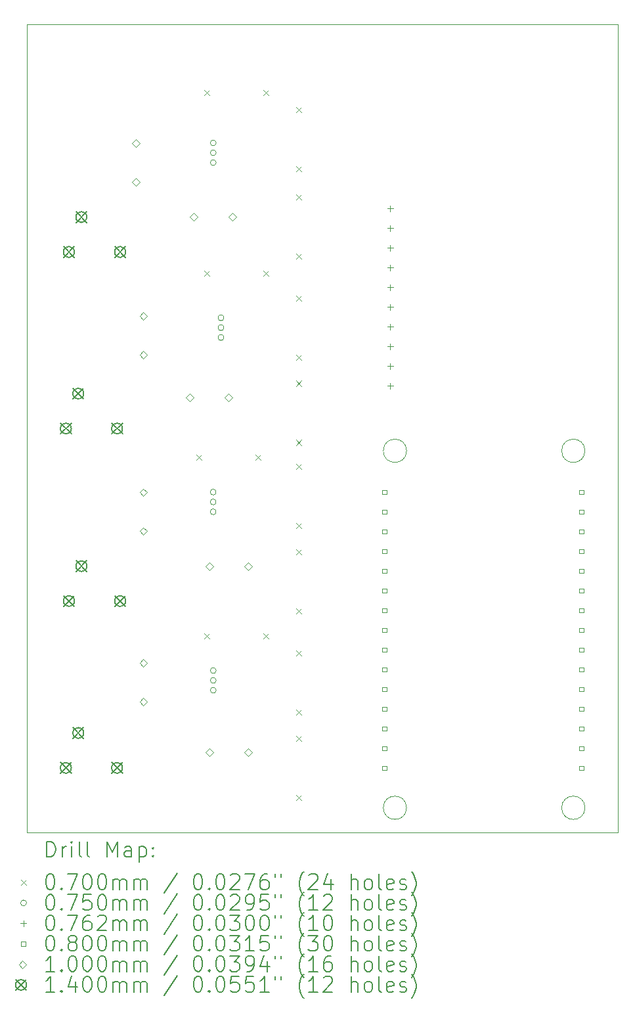
<source format=gbr>
%TF.GenerationSoftware,KiCad,Pcbnew,8.0.2*%
%TF.CreationDate,2025-12-22T10:03:40-05:00*%
%TF.ProjectId,ct4,6374342e-6b69-4636-9164-5f7063625858,rev?*%
%TF.SameCoordinates,Original*%
%TF.FileFunction,Drillmap*%
%TF.FilePolarity,Positive*%
%FSLAX45Y45*%
G04 Gerber Fmt 4.5, Leading zero omitted, Abs format (unit mm)*
G04 Created by KiCad (PCBNEW 8.0.2) date 2025-12-22 10:03:40*
%MOMM*%
%LPD*%
G01*
G04 APERTURE LIST*
%ADD10C,0.038100*%
%ADD11C,0.100000*%
%ADD12C,0.200000*%
%ADD13C,0.140000*%
G04 APERTURE END LIST*
D10*
X2794000Y-7620000D02*
X10414000Y-7620000D01*
X10414000Y-18034000D01*
X2794000Y-18034000D01*
X2794000Y-7620000D01*
D11*
X7693000Y-13114000D02*
G75*
G02*
X7393000Y-13114000I-150000J0D01*
G01*
X7393000Y-13114000D02*
G75*
G02*
X7693000Y-13114000I150000J0D01*
G01*
X7693000Y-17714000D02*
G75*
G02*
X7393000Y-17714000I-150000J0D01*
G01*
X7393000Y-17714000D02*
G75*
G02*
X7693000Y-17714000I150000J0D01*
G01*
X9993000Y-13114000D02*
G75*
G02*
X9693000Y-13114000I-150000J0D01*
G01*
X9693000Y-13114000D02*
G75*
G02*
X9993000Y-13114000I150000J0D01*
G01*
X9993000Y-17714000D02*
G75*
G02*
X9693000Y-17714000I-150000J0D01*
G01*
X9693000Y-17714000D02*
G75*
G02*
X9993000Y-17714000I150000J0D01*
G01*
D12*
D11*
X4984000Y-13165000D02*
X5054000Y-13235000D01*
X5054000Y-13165000D02*
X4984000Y-13235000D01*
X5084000Y-8465000D02*
X5154000Y-8535000D01*
X5154000Y-8465000D02*
X5084000Y-8535000D01*
X5084000Y-10792000D02*
X5154000Y-10862000D01*
X5154000Y-10792000D02*
X5084000Y-10862000D01*
X5084000Y-15465000D02*
X5154000Y-15535000D01*
X5154000Y-15465000D02*
X5084000Y-15535000D01*
X5746000Y-13165000D02*
X5816000Y-13235000D01*
X5816000Y-13165000D02*
X5746000Y-13235000D01*
X5846000Y-8465000D02*
X5916000Y-8535000D01*
X5916000Y-8465000D02*
X5846000Y-8535000D01*
X5846000Y-10792000D02*
X5916000Y-10862000D01*
X5916000Y-10792000D02*
X5846000Y-10862000D01*
X5846000Y-15465000D02*
X5916000Y-15535000D01*
X5916000Y-15465000D02*
X5846000Y-15535000D01*
X6265000Y-8684000D02*
X6335000Y-8754000D01*
X6335000Y-8684000D02*
X6265000Y-8754000D01*
X6265000Y-9446000D02*
X6335000Y-9516000D01*
X6335000Y-9446000D02*
X6265000Y-9516000D01*
X6265000Y-9811000D02*
X6335000Y-9881000D01*
X6335000Y-9811000D02*
X6265000Y-9881000D01*
X6265000Y-10573000D02*
X6335000Y-10643000D01*
X6335000Y-10573000D02*
X6265000Y-10643000D01*
X6265000Y-11111000D02*
X6335000Y-11181000D01*
X6335000Y-11111000D02*
X6265000Y-11181000D01*
X6265000Y-11873000D02*
X6335000Y-11943000D01*
X6335000Y-11873000D02*
X6265000Y-11943000D01*
X6265000Y-12211000D02*
X6335000Y-12281000D01*
X6335000Y-12211000D02*
X6265000Y-12281000D01*
X6265000Y-12973000D02*
X6335000Y-13043000D01*
X6335000Y-12973000D02*
X6265000Y-13043000D01*
X6265000Y-13284000D02*
X6335000Y-13354000D01*
X6335000Y-13284000D02*
X6265000Y-13354000D01*
X6265000Y-14046000D02*
X6335000Y-14116000D01*
X6335000Y-14046000D02*
X6265000Y-14116000D01*
X6265000Y-14384000D02*
X6335000Y-14454000D01*
X6335000Y-14384000D02*
X6265000Y-14454000D01*
X6265000Y-15146000D02*
X6335000Y-15216000D01*
X6335000Y-15146000D02*
X6265000Y-15216000D01*
X6265000Y-15684000D02*
X6335000Y-15754000D01*
X6335000Y-15684000D02*
X6265000Y-15754000D01*
X6265000Y-16446000D02*
X6335000Y-16516000D01*
X6335000Y-16446000D02*
X6265000Y-16516000D01*
X6265000Y-16784000D02*
X6335000Y-16854000D01*
X6335000Y-16784000D02*
X6265000Y-16854000D01*
X6265000Y-17546000D02*
X6335000Y-17616000D01*
X6335000Y-17546000D02*
X6265000Y-17616000D01*
X5237500Y-9146000D02*
G75*
G02*
X5162500Y-9146000I-37500J0D01*
G01*
X5162500Y-9146000D02*
G75*
G02*
X5237500Y-9146000I37500J0D01*
G01*
X5237500Y-9273000D02*
G75*
G02*
X5162500Y-9273000I-37500J0D01*
G01*
X5162500Y-9273000D02*
G75*
G02*
X5237500Y-9273000I37500J0D01*
G01*
X5237500Y-9400000D02*
G75*
G02*
X5162500Y-9400000I-37500J0D01*
G01*
X5162500Y-9400000D02*
G75*
G02*
X5237500Y-9400000I37500J0D01*
G01*
X5237500Y-13646000D02*
G75*
G02*
X5162500Y-13646000I-37500J0D01*
G01*
X5162500Y-13646000D02*
G75*
G02*
X5237500Y-13646000I37500J0D01*
G01*
X5237500Y-13773000D02*
G75*
G02*
X5162500Y-13773000I-37500J0D01*
G01*
X5162500Y-13773000D02*
G75*
G02*
X5237500Y-13773000I37500J0D01*
G01*
X5237500Y-13900000D02*
G75*
G02*
X5162500Y-13900000I-37500J0D01*
G01*
X5162500Y-13900000D02*
G75*
G02*
X5237500Y-13900000I37500J0D01*
G01*
X5237500Y-15946000D02*
G75*
G02*
X5162500Y-15946000I-37500J0D01*
G01*
X5162500Y-15946000D02*
G75*
G02*
X5237500Y-15946000I37500J0D01*
G01*
X5237500Y-16073000D02*
G75*
G02*
X5162500Y-16073000I-37500J0D01*
G01*
X5162500Y-16073000D02*
G75*
G02*
X5237500Y-16073000I37500J0D01*
G01*
X5237500Y-16200000D02*
G75*
G02*
X5162500Y-16200000I-37500J0D01*
G01*
X5162500Y-16200000D02*
G75*
G02*
X5237500Y-16200000I37500J0D01*
G01*
X5337500Y-11400000D02*
G75*
G02*
X5262500Y-11400000I-37500J0D01*
G01*
X5262500Y-11400000D02*
G75*
G02*
X5337500Y-11400000I37500J0D01*
G01*
X5337500Y-11527000D02*
G75*
G02*
X5262500Y-11527000I-37500J0D01*
G01*
X5262500Y-11527000D02*
G75*
G02*
X5337500Y-11527000I37500J0D01*
G01*
X5337500Y-11654000D02*
G75*
G02*
X5262500Y-11654000I-37500J0D01*
G01*
X5262500Y-11654000D02*
G75*
G02*
X5337500Y-11654000I37500J0D01*
G01*
X7480000Y-9951900D02*
X7480000Y-10028100D01*
X7441900Y-9990000D02*
X7518100Y-9990000D01*
X7480000Y-10205900D02*
X7480000Y-10282100D01*
X7441900Y-10244000D02*
X7518100Y-10244000D01*
X7480000Y-10459900D02*
X7480000Y-10536100D01*
X7441900Y-10498000D02*
X7518100Y-10498000D01*
X7480000Y-10713900D02*
X7480000Y-10790100D01*
X7441900Y-10752000D02*
X7518100Y-10752000D01*
X7480000Y-10967900D02*
X7480000Y-11044100D01*
X7441900Y-11006000D02*
X7518100Y-11006000D01*
X7480000Y-11221900D02*
X7480000Y-11298100D01*
X7441900Y-11260000D02*
X7518100Y-11260000D01*
X7480000Y-11475900D02*
X7480000Y-11552100D01*
X7441900Y-11514000D02*
X7518100Y-11514000D01*
X7480000Y-11729900D02*
X7480000Y-11806100D01*
X7441900Y-11768000D02*
X7518100Y-11768000D01*
X7480000Y-11983900D02*
X7480000Y-12060100D01*
X7441900Y-12022000D02*
X7518100Y-12022000D01*
X7480000Y-12237900D02*
X7480000Y-12314100D01*
X7441900Y-12276000D02*
X7518100Y-12276000D01*
X7435530Y-13674266D02*
X7435530Y-13617697D01*
X7378961Y-13617697D01*
X7378961Y-13674266D01*
X7435530Y-13674266D01*
X7435530Y-13928266D02*
X7435530Y-13871697D01*
X7378961Y-13871697D01*
X7378961Y-13928266D01*
X7435530Y-13928266D01*
X7435530Y-14182266D02*
X7435530Y-14125697D01*
X7378961Y-14125697D01*
X7378961Y-14182266D01*
X7435530Y-14182266D01*
X7435530Y-14436266D02*
X7435530Y-14379697D01*
X7378961Y-14379697D01*
X7378961Y-14436266D01*
X7435530Y-14436266D01*
X7435530Y-14690266D02*
X7435530Y-14633697D01*
X7378961Y-14633697D01*
X7378961Y-14690266D01*
X7435530Y-14690266D01*
X7435530Y-14944266D02*
X7435530Y-14887697D01*
X7378961Y-14887697D01*
X7378961Y-14944266D01*
X7435530Y-14944266D01*
X7435530Y-15198266D02*
X7435530Y-15141697D01*
X7378961Y-15141697D01*
X7378961Y-15198266D01*
X7435530Y-15198266D01*
X7435530Y-15452266D02*
X7435530Y-15395697D01*
X7378961Y-15395697D01*
X7378961Y-15452266D01*
X7435530Y-15452266D01*
X7435530Y-15706266D02*
X7435530Y-15649697D01*
X7378961Y-15649697D01*
X7378961Y-15706266D01*
X7435530Y-15706266D01*
X7435530Y-15960266D02*
X7435530Y-15903697D01*
X7378961Y-15903697D01*
X7378961Y-15960266D01*
X7435530Y-15960266D01*
X7435530Y-16214266D02*
X7435530Y-16157697D01*
X7378961Y-16157697D01*
X7378961Y-16214266D01*
X7435530Y-16214266D01*
X7435530Y-16468266D02*
X7435530Y-16411697D01*
X7378961Y-16411697D01*
X7378961Y-16468266D01*
X7435530Y-16468266D01*
X7435530Y-16722266D02*
X7435530Y-16665697D01*
X7378961Y-16665697D01*
X7378961Y-16722266D01*
X7435530Y-16722266D01*
X7435530Y-16976266D02*
X7435530Y-16919697D01*
X7378961Y-16919697D01*
X7378961Y-16976266D01*
X7435530Y-16976266D01*
X7435530Y-17230266D02*
X7435530Y-17173697D01*
X7378961Y-17173697D01*
X7378961Y-17230266D01*
X7435530Y-17230266D01*
X9975531Y-13674266D02*
X9975531Y-13617697D01*
X9918962Y-13617697D01*
X9918962Y-13674266D01*
X9975531Y-13674266D01*
X9975531Y-13928266D02*
X9975531Y-13871697D01*
X9918962Y-13871697D01*
X9918962Y-13928266D01*
X9975531Y-13928266D01*
X9975531Y-14182266D02*
X9975531Y-14125697D01*
X9918962Y-14125697D01*
X9918962Y-14182266D01*
X9975531Y-14182266D01*
X9975531Y-14436266D02*
X9975531Y-14379697D01*
X9918962Y-14379697D01*
X9918962Y-14436266D01*
X9975531Y-14436266D01*
X9975531Y-14690266D02*
X9975531Y-14633697D01*
X9918962Y-14633697D01*
X9918962Y-14690266D01*
X9975531Y-14690266D01*
X9975531Y-14944266D02*
X9975531Y-14887697D01*
X9918962Y-14887697D01*
X9918962Y-14944266D01*
X9975531Y-14944266D01*
X9975531Y-15198266D02*
X9975531Y-15141697D01*
X9918962Y-15141697D01*
X9918962Y-15198266D01*
X9975531Y-15198266D01*
X9975531Y-15452266D02*
X9975531Y-15395697D01*
X9918962Y-15395697D01*
X9918962Y-15452266D01*
X9975531Y-15452266D01*
X9975531Y-15706266D02*
X9975531Y-15649697D01*
X9918962Y-15649697D01*
X9918962Y-15706266D01*
X9975531Y-15706266D01*
X9975531Y-15960266D02*
X9975531Y-15903697D01*
X9918962Y-15903697D01*
X9918962Y-15960266D01*
X9975531Y-15960266D01*
X9975531Y-16214266D02*
X9975531Y-16157697D01*
X9918962Y-16157697D01*
X9918962Y-16214266D01*
X9975531Y-16214266D01*
X9975531Y-16468266D02*
X9975531Y-16411697D01*
X9918962Y-16411697D01*
X9918962Y-16468266D01*
X9975531Y-16468266D01*
X9975531Y-16722266D02*
X9975531Y-16665697D01*
X9918962Y-16665697D01*
X9918962Y-16722266D01*
X9975531Y-16722266D01*
X9975531Y-16976266D02*
X9975531Y-16919697D01*
X9918962Y-16919697D01*
X9918962Y-16976266D01*
X9975531Y-16976266D01*
X9975531Y-17230266D02*
X9975531Y-17173697D01*
X9918962Y-17173697D01*
X9918962Y-17230266D01*
X9975531Y-17230266D01*
X4200000Y-9200000D02*
X4250000Y-9150000D01*
X4200000Y-9100000D01*
X4150000Y-9150000D01*
X4200000Y-9200000D01*
X4200000Y-9700000D02*
X4250000Y-9650000D01*
X4200000Y-9600000D01*
X4150000Y-9650000D01*
X4200000Y-9700000D01*
X4300000Y-11427000D02*
X4350000Y-11377000D01*
X4300000Y-11327000D01*
X4250000Y-11377000D01*
X4300000Y-11427000D01*
X4300000Y-11927000D02*
X4350000Y-11877000D01*
X4300000Y-11827000D01*
X4250000Y-11877000D01*
X4300000Y-11927000D01*
X4300000Y-13700000D02*
X4350000Y-13650000D01*
X4300000Y-13600000D01*
X4250000Y-13650000D01*
X4300000Y-13700000D01*
X4300000Y-14200000D02*
X4350000Y-14150000D01*
X4300000Y-14100000D01*
X4250000Y-14150000D01*
X4300000Y-14200000D01*
X4300000Y-15900000D02*
X4350000Y-15850000D01*
X4300000Y-15800000D01*
X4250000Y-15850000D01*
X4300000Y-15900000D01*
X4300000Y-16400000D02*
X4350000Y-16350000D01*
X4300000Y-16300000D01*
X4250000Y-16350000D01*
X4300000Y-16400000D01*
X4900000Y-12477000D02*
X4950000Y-12427000D01*
X4900000Y-12377000D01*
X4850000Y-12427000D01*
X4900000Y-12477000D01*
X4950000Y-10150000D02*
X5000000Y-10100000D01*
X4950000Y-10050000D01*
X4900000Y-10100000D01*
X4950000Y-10150000D01*
X5150000Y-14650000D02*
X5200000Y-14600000D01*
X5150000Y-14550000D01*
X5100000Y-14600000D01*
X5150000Y-14650000D01*
X5150000Y-17050000D02*
X5200000Y-17000000D01*
X5150000Y-16950000D01*
X5100000Y-17000000D01*
X5150000Y-17050000D01*
X5400000Y-12477000D02*
X5450000Y-12427000D01*
X5400000Y-12377000D01*
X5350000Y-12427000D01*
X5400000Y-12477000D01*
X5450000Y-10150000D02*
X5500000Y-10100000D01*
X5450000Y-10050000D01*
X5400000Y-10100000D01*
X5450000Y-10150000D01*
X5650000Y-14650000D02*
X5700000Y-14600000D01*
X5650000Y-14550000D01*
X5600000Y-14600000D01*
X5650000Y-14650000D01*
X5650000Y-17050000D02*
X5700000Y-17000000D01*
X5650000Y-16950000D01*
X5600000Y-17000000D01*
X5650000Y-17050000D01*
D13*
X3230000Y-12757000D02*
X3370000Y-12897000D01*
X3370000Y-12757000D02*
X3230000Y-12897000D01*
X3370000Y-12827000D02*
G75*
G02*
X3230000Y-12827000I-70000J0D01*
G01*
X3230000Y-12827000D02*
G75*
G02*
X3370000Y-12827000I70000J0D01*
G01*
X3230000Y-17130000D02*
X3370000Y-17270000D01*
X3370000Y-17130000D02*
X3230000Y-17270000D01*
X3370000Y-17200000D02*
G75*
G02*
X3230000Y-17200000I-70000J0D01*
G01*
X3230000Y-17200000D02*
G75*
G02*
X3370000Y-17200000I70000J0D01*
G01*
X3269000Y-10482000D02*
X3409000Y-10622000D01*
X3409000Y-10482000D02*
X3269000Y-10622000D01*
X3409000Y-10552000D02*
G75*
G02*
X3269000Y-10552000I-70000J0D01*
G01*
X3269000Y-10552000D02*
G75*
G02*
X3409000Y-10552000I70000J0D01*
G01*
X3270000Y-14980000D02*
X3410000Y-15120000D01*
X3410000Y-14980000D02*
X3270000Y-15120000D01*
X3410000Y-15050000D02*
G75*
G02*
X3270000Y-15050000I-70000J0D01*
G01*
X3270000Y-15050000D02*
G75*
G02*
X3410000Y-15050000I70000J0D01*
G01*
X3390000Y-12307000D02*
X3530000Y-12447000D01*
X3530000Y-12307000D02*
X3390000Y-12447000D01*
X3530000Y-12377000D02*
G75*
G02*
X3390000Y-12377000I-70000J0D01*
G01*
X3390000Y-12377000D02*
G75*
G02*
X3530000Y-12377000I70000J0D01*
G01*
X3390000Y-16680000D02*
X3530000Y-16820000D01*
X3530000Y-16680000D02*
X3390000Y-16820000D01*
X3530000Y-16750000D02*
G75*
G02*
X3390000Y-16750000I-70000J0D01*
G01*
X3390000Y-16750000D02*
G75*
G02*
X3530000Y-16750000I70000J0D01*
G01*
X3429000Y-10032000D02*
X3569000Y-10172000D01*
X3569000Y-10032000D02*
X3429000Y-10172000D01*
X3569000Y-10102000D02*
G75*
G02*
X3429000Y-10102000I-70000J0D01*
G01*
X3429000Y-10102000D02*
G75*
G02*
X3569000Y-10102000I70000J0D01*
G01*
X3430000Y-14530000D02*
X3570000Y-14670000D01*
X3570000Y-14530000D02*
X3430000Y-14670000D01*
X3570000Y-14600000D02*
G75*
G02*
X3430000Y-14600000I-70000J0D01*
G01*
X3430000Y-14600000D02*
G75*
G02*
X3570000Y-14600000I70000J0D01*
G01*
X3890000Y-12757000D02*
X4030000Y-12897000D01*
X4030000Y-12757000D02*
X3890000Y-12897000D01*
X4030000Y-12827000D02*
G75*
G02*
X3890000Y-12827000I-70000J0D01*
G01*
X3890000Y-12827000D02*
G75*
G02*
X4030000Y-12827000I70000J0D01*
G01*
X3890000Y-17130000D02*
X4030000Y-17270000D01*
X4030000Y-17130000D02*
X3890000Y-17270000D01*
X4030000Y-17200000D02*
G75*
G02*
X3890000Y-17200000I-70000J0D01*
G01*
X3890000Y-17200000D02*
G75*
G02*
X4030000Y-17200000I70000J0D01*
G01*
X3929000Y-10482000D02*
X4069000Y-10622000D01*
X4069000Y-10482000D02*
X3929000Y-10622000D01*
X4069000Y-10552000D02*
G75*
G02*
X3929000Y-10552000I-70000J0D01*
G01*
X3929000Y-10552000D02*
G75*
G02*
X4069000Y-10552000I70000J0D01*
G01*
X3930000Y-14980000D02*
X4070000Y-15120000D01*
X4070000Y-14980000D02*
X3930000Y-15120000D01*
X4070000Y-15050000D02*
G75*
G02*
X3930000Y-15050000I-70000J0D01*
G01*
X3930000Y-15050000D02*
G75*
G02*
X4070000Y-15050000I70000J0D01*
G01*
D12*
X3052872Y-18347389D02*
X3052872Y-18147389D01*
X3052872Y-18147389D02*
X3100491Y-18147389D01*
X3100491Y-18147389D02*
X3129062Y-18156913D01*
X3129062Y-18156913D02*
X3148110Y-18175960D01*
X3148110Y-18175960D02*
X3157634Y-18195008D01*
X3157634Y-18195008D02*
X3167157Y-18233103D01*
X3167157Y-18233103D02*
X3167157Y-18261675D01*
X3167157Y-18261675D02*
X3157634Y-18299770D01*
X3157634Y-18299770D02*
X3148110Y-18318817D01*
X3148110Y-18318817D02*
X3129062Y-18337865D01*
X3129062Y-18337865D02*
X3100491Y-18347389D01*
X3100491Y-18347389D02*
X3052872Y-18347389D01*
X3252872Y-18347389D02*
X3252872Y-18214055D01*
X3252872Y-18252151D02*
X3262396Y-18233103D01*
X3262396Y-18233103D02*
X3271919Y-18223579D01*
X3271919Y-18223579D02*
X3290967Y-18214055D01*
X3290967Y-18214055D02*
X3310015Y-18214055D01*
X3376681Y-18347389D02*
X3376681Y-18214055D01*
X3376681Y-18147389D02*
X3367157Y-18156913D01*
X3367157Y-18156913D02*
X3376681Y-18166436D01*
X3376681Y-18166436D02*
X3386205Y-18156913D01*
X3386205Y-18156913D02*
X3376681Y-18147389D01*
X3376681Y-18147389D02*
X3376681Y-18166436D01*
X3500491Y-18347389D02*
X3481443Y-18337865D01*
X3481443Y-18337865D02*
X3471919Y-18318817D01*
X3471919Y-18318817D02*
X3471919Y-18147389D01*
X3605253Y-18347389D02*
X3586205Y-18337865D01*
X3586205Y-18337865D02*
X3576681Y-18318817D01*
X3576681Y-18318817D02*
X3576681Y-18147389D01*
X3833824Y-18347389D02*
X3833824Y-18147389D01*
X3833824Y-18147389D02*
X3900491Y-18290246D01*
X3900491Y-18290246D02*
X3967157Y-18147389D01*
X3967157Y-18147389D02*
X3967157Y-18347389D01*
X4148110Y-18347389D02*
X4148110Y-18242627D01*
X4148110Y-18242627D02*
X4138586Y-18223579D01*
X4138586Y-18223579D02*
X4119538Y-18214055D01*
X4119538Y-18214055D02*
X4081443Y-18214055D01*
X4081443Y-18214055D02*
X4062396Y-18223579D01*
X4148110Y-18337865D02*
X4129062Y-18347389D01*
X4129062Y-18347389D02*
X4081443Y-18347389D01*
X4081443Y-18347389D02*
X4062396Y-18337865D01*
X4062396Y-18337865D02*
X4052872Y-18318817D01*
X4052872Y-18318817D02*
X4052872Y-18299770D01*
X4052872Y-18299770D02*
X4062396Y-18280722D01*
X4062396Y-18280722D02*
X4081443Y-18271198D01*
X4081443Y-18271198D02*
X4129062Y-18271198D01*
X4129062Y-18271198D02*
X4148110Y-18261675D01*
X4243348Y-18214055D02*
X4243348Y-18414055D01*
X4243348Y-18223579D02*
X4262396Y-18214055D01*
X4262396Y-18214055D02*
X4300491Y-18214055D01*
X4300491Y-18214055D02*
X4319539Y-18223579D01*
X4319539Y-18223579D02*
X4329062Y-18233103D01*
X4329062Y-18233103D02*
X4338586Y-18252151D01*
X4338586Y-18252151D02*
X4338586Y-18309294D01*
X4338586Y-18309294D02*
X4329062Y-18328341D01*
X4329062Y-18328341D02*
X4319539Y-18337865D01*
X4319539Y-18337865D02*
X4300491Y-18347389D01*
X4300491Y-18347389D02*
X4262396Y-18347389D01*
X4262396Y-18347389D02*
X4243348Y-18337865D01*
X4424300Y-18328341D02*
X4433824Y-18337865D01*
X4433824Y-18337865D02*
X4424300Y-18347389D01*
X4424300Y-18347389D02*
X4414777Y-18337865D01*
X4414777Y-18337865D02*
X4424300Y-18328341D01*
X4424300Y-18328341D02*
X4424300Y-18347389D01*
X4424300Y-18223579D02*
X4433824Y-18233103D01*
X4433824Y-18233103D02*
X4424300Y-18242627D01*
X4424300Y-18242627D02*
X4414777Y-18233103D01*
X4414777Y-18233103D02*
X4424300Y-18223579D01*
X4424300Y-18223579D02*
X4424300Y-18242627D01*
D11*
X2722095Y-18640905D02*
X2792095Y-18710905D01*
X2792095Y-18640905D02*
X2722095Y-18710905D01*
D12*
X3090967Y-18567389D02*
X3110015Y-18567389D01*
X3110015Y-18567389D02*
X3129062Y-18576913D01*
X3129062Y-18576913D02*
X3138586Y-18586436D01*
X3138586Y-18586436D02*
X3148110Y-18605484D01*
X3148110Y-18605484D02*
X3157634Y-18643579D01*
X3157634Y-18643579D02*
X3157634Y-18691198D01*
X3157634Y-18691198D02*
X3148110Y-18729294D01*
X3148110Y-18729294D02*
X3138586Y-18748341D01*
X3138586Y-18748341D02*
X3129062Y-18757865D01*
X3129062Y-18757865D02*
X3110015Y-18767389D01*
X3110015Y-18767389D02*
X3090967Y-18767389D01*
X3090967Y-18767389D02*
X3071919Y-18757865D01*
X3071919Y-18757865D02*
X3062396Y-18748341D01*
X3062396Y-18748341D02*
X3052872Y-18729294D01*
X3052872Y-18729294D02*
X3043348Y-18691198D01*
X3043348Y-18691198D02*
X3043348Y-18643579D01*
X3043348Y-18643579D02*
X3052872Y-18605484D01*
X3052872Y-18605484D02*
X3062396Y-18586436D01*
X3062396Y-18586436D02*
X3071919Y-18576913D01*
X3071919Y-18576913D02*
X3090967Y-18567389D01*
X3243348Y-18748341D02*
X3252872Y-18757865D01*
X3252872Y-18757865D02*
X3243348Y-18767389D01*
X3243348Y-18767389D02*
X3233824Y-18757865D01*
X3233824Y-18757865D02*
X3243348Y-18748341D01*
X3243348Y-18748341D02*
X3243348Y-18767389D01*
X3319538Y-18567389D02*
X3452872Y-18567389D01*
X3452872Y-18567389D02*
X3367157Y-18767389D01*
X3567157Y-18567389D02*
X3586205Y-18567389D01*
X3586205Y-18567389D02*
X3605253Y-18576913D01*
X3605253Y-18576913D02*
X3614777Y-18586436D01*
X3614777Y-18586436D02*
X3624300Y-18605484D01*
X3624300Y-18605484D02*
X3633824Y-18643579D01*
X3633824Y-18643579D02*
X3633824Y-18691198D01*
X3633824Y-18691198D02*
X3624300Y-18729294D01*
X3624300Y-18729294D02*
X3614777Y-18748341D01*
X3614777Y-18748341D02*
X3605253Y-18757865D01*
X3605253Y-18757865D02*
X3586205Y-18767389D01*
X3586205Y-18767389D02*
X3567157Y-18767389D01*
X3567157Y-18767389D02*
X3548110Y-18757865D01*
X3548110Y-18757865D02*
X3538586Y-18748341D01*
X3538586Y-18748341D02*
X3529062Y-18729294D01*
X3529062Y-18729294D02*
X3519538Y-18691198D01*
X3519538Y-18691198D02*
X3519538Y-18643579D01*
X3519538Y-18643579D02*
X3529062Y-18605484D01*
X3529062Y-18605484D02*
X3538586Y-18586436D01*
X3538586Y-18586436D02*
X3548110Y-18576913D01*
X3548110Y-18576913D02*
X3567157Y-18567389D01*
X3757634Y-18567389D02*
X3776681Y-18567389D01*
X3776681Y-18567389D02*
X3795729Y-18576913D01*
X3795729Y-18576913D02*
X3805253Y-18586436D01*
X3805253Y-18586436D02*
X3814777Y-18605484D01*
X3814777Y-18605484D02*
X3824300Y-18643579D01*
X3824300Y-18643579D02*
X3824300Y-18691198D01*
X3824300Y-18691198D02*
X3814777Y-18729294D01*
X3814777Y-18729294D02*
X3805253Y-18748341D01*
X3805253Y-18748341D02*
X3795729Y-18757865D01*
X3795729Y-18757865D02*
X3776681Y-18767389D01*
X3776681Y-18767389D02*
X3757634Y-18767389D01*
X3757634Y-18767389D02*
X3738586Y-18757865D01*
X3738586Y-18757865D02*
X3729062Y-18748341D01*
X3729062Y-18748341D02*
X3719538Y-18729294D01*
X3719538Y-18729294D02*
X3710015Y-18691198D01*
X3710015Y-18691198D02*
X3710015Y-18643579D01*
X3710015Y-18643579D02*
X3719538Y-18605484D01*
X3719538Y-18605484D02*
X3729062Y-18586436D01*
X3729062Y-18586436D02*
X3738586Y-18576913D01*
X3738586Y-18576913D02*
X3757634Y-18567389D01*
X3910015Y-18767389D02*
X3910015Y-18634055D01*
X3910015Y-18653103D02*
X3919538Y-18643579D01*
X3919538Y-18643579D02*
X3938586Y-18634055D01*
X3938586Y-18634055D02*
X3967158Y-18634055D01*
X3967158Y-18634055D02*
X3986205Y-18643579D01*
X3986205Y-18643579D02*
X3995729Y-18662627D01*
X3995729Y-18662627D02*
X3995729Y-18767389D01*
X3995729Y-18662627D02*
X4005253Y-18643579D01*
X4005253Y-18643579D02*
X4024300Y-18634055D01*
X4024300Y-18634055D02*
X4052872Y-18634055D01*
X4052872Y-18634055D02*
X4071919Y-18643579D01*
X4071919Y-18643579D02*
X4081443Y-18662627D01*
X4081443Y-18662627D02*
X4081443Y-18767389D01*
X4176681Y-18767389D02*
X4176681Y-18634055D01*
X4176681Y-18653103D02*
X4186205Y-18643579D01*
X4186205Y-18643579D02*
X4205253Y-18634055D01*
X4205253Y-18634055D02*
X4233824Y-18634055D01*
X4233824Y-18634055D02*
X4252872Y-18643579D01*
X4252872Y-18643579D02*
X4262396Y-18662627D01*
X4262396Y-18662627D02*
X4262396Y-18767389D01*
X4262396Y-18662627D02*
X4271920Y-18643579D01*
X4271920Y-18643579D02*
X4290967Y-18634055D01*
X4290967Y-18634055D02*
X4319539Y-18634055D01*
X4319539Y-18634055D02*
X4338586Y-18643579D01*
X4338586Y-18643579D02*
X4348110Y-18662627D01*
X4348110Y-18662627D02*
X4348110Y-18767389D01*
X4738586Y-18557865D02*
X4567158Y-18815008D01*
X4995729Y-18567389D02*
X5014777Y-18567389D01*
X5014777Y-18567389D02*
X5033824Y-18576913D01*
X5033824Y-18576913D02*
X5043348Y-18586436D01*
X5043348Y-18586436D02*
X5052872Y-18605484D01*
X5052872Y-18605484D02*
X5062396Y-18643579D01*
X5062396Y-18643579D02*
X5062396Y-18691198D01*
X5062396Y-18691198D02*
X5052872Y-18729294D01*
X5052872Y-18729294D02*
X5043348Y-18748341D01*
X5043348Y-18748341D02*
X5033824Y-18757865D01*
X5033824Y-18757865D02*
X5014777Y-18767389D01*
X5014777Y-18767389D02*
X4995729Y-18767389D01*
X4995729Y-18767389D02*
X4976682Y-18757865D01*
X4976682Y-18757865D02*
X4967158Y-18748341D01*
X4967158Y-18748341D02*
X4957634Y-18729294D01*
X4957634Y-18729294D02*
X4948110Y-18691198D01*
X4948110Y-18691198D02*
X4948110Y-18643579D01*
X4948110Y-18643579D02*
X4957634Y-18605484D01*
X4957634Y-18605484D02*
X4967158Y-18586436D01*
X4967158Y-18586436D02*
X4976682Y-18576913D01*
X4976682Y-18576913D02*
X4995729Y-18567389D01*
X5148110Y-18748341D02*
X5157634Y-18757865D01*
X5157634Y-18757865D02*
X5148110Y-18767389D01*
X5148110Y-18767389D02*
X5138586Y-18757865D01*
X5138586Y-18757865D02*
X5148110Y-18748341D01*
X5148110Y-18748341D02*
X5148110Y-18767389D01*
X5281443Y-18567389D02*
X5300491Y-18567389D01*
X5300491Y-18567389D02*
X5319539Y-18576913D01*
X5319539Y-18576913D02*
X5329063Y-18586436D01*
X5329063Y-18586436D02*
X5338586Y-18605484D01*
X5338586Y-18605484D02*
X5348110Y-18643579D01*
X5348110Y-18643579D02*
X5348110Y-18691198D01*
X5348110Y-18691198D02*
X5338586Y-18729294D01*
X5338586Y-18729294D02*
X5329063Y-18748341D01*
X5329063Y-18748341D02*
X5319539Y-18757865D01*
X5319539Y-18757865D02*
X5300491Y-18767389D01*
X5300491Y-18767389D02*
X5281443Y-18767389D01*
X5281443Y-18767389D02*
X5262396Y-18757865D01*
X5262396Y-18757865D02*
X5252872Y-18748341D01*
X5252872Y-18748341D02*
X5243348Y-18729294D01*
X5243348Y-18729294D02*
X5233824Y-18691198D01*
X5233824Y-18691198D02*
X5233824Y-18643579D01*
X5233824Y-18643579D02*
X5243348Y-18605484D01*
X5243348Y-18605484D02*
X5252872Y-18586436D01*
X5252872Y-18586436D02*
X5262396Y-18576913D01*
X5262396Y-18576913D02*
X5281443Y-18567389D01*
X5424301Y-18586436D02*
X5433824Y-18576913D01*
X5433824Y-18576913D02*
X5452872Y-18567389D01*
X5452872Y-18567389D02*
X5500491Y-18567389D01*
X5500491Y-18567389D02*
X5519539Y-18576913D01*
X5519539Y-18576913D02*
X5529063Y-18586436D01*
X5529063Y-18586436D02*
X5538586Y-18605484D01*
X5538586Y-18605484D02*
X5538586Y-18624532D01*
X5538586Y-18624532D02*
X5529063Y-18653103D01*
X5529063Y-18653103D02*
X5414777Y-18767389D01*
X5414777Y-18767389D02*
X5538586Y-18767389D01*
X5605253Y-18567389D02*
X5738586Y-18567389D01*
X5738586Y-18567389D02*
X5652872Y-18767389D01*
X5900491Y-18567389D02*
X5862396Y-18567389D01*
X5862396Y-18567389D02*
X5843348Y-18576913D01*
X5843348Y-18576913D02*
X5833824Y-18586436D01*
X5833824Y-18586436D02*
X5814777Y-18615008D01*
X5814777Y-18615008D02*
X5805253Y-18653103D01*
X5805253Y-18653103D02*
X5805253Y-18729294D01*
X5805253Y-18729294D02*
X5814777Y-18748341D01*
X5814777Y-18748341D02*
X5824301Y-18757865D01*
X5824301Y-18757865D02*
X5843348Y-18767389D01*
X5843348Y-18767389D02*
X5881443Y-18767389D01*
X5881443Y-18767389D02*
X5900491Y-18757865D01*
X5900491Y-18757865D02*
X5910015Y-18748341D01*
X5910015Y-18748341D02*
X5919539Y-18729294D01*
X5919539Y-18729294D02*
X5919539Y-18681675D01*
X5919539Y-18681675D02*
X5910015Y-18662627D01*
X5910015Y-18662627D02*
X5900491Y-18653103D01*
X5900491Y-18653103D02*
X5881443Y-18643579D01*
X5881443Y-18643579D02*
X5843348Y-18643579D01*
X5843348Y-18643579D02*
X5824301Y-18653103D01*
X5824301Y-18653103D02*
X5814777Y-18662627D01*
X5814777Y-18662627D02*
X5805253Y-18681675D01*
X5995729Y-18567389D02*
X5995729Y-18605484D01*
X6071920Y-18567389D02*
X6071920Y-18605484D01*
X6367158Y-18843579D02*
X6357634Y-18834055D01*
X6357634Y-18834055D02*
X6338586Y-18805484D01*
X6338586Y-18805484D02*
X6329063Y-18786436D01*
X6329063Y-18786436D02*
X6319539Y-18757865D01*
X6319539Y-18757865D02*
X6310015Y-18710246D01*
X6310015Y-18710246D02*
X6310015Y-18672151D01*
X6310015Y-18672151D02*
X6319539Y-18624532D01*
X6319539Y-18624532D02*
X6329063Y-18595960D01*
X6329063Y-18595960D02*
X6338586Y-18576913D01*
X6338586Y-18576913D02*
X6357634Y-18548341D01*
X6357634Y-18548341D02*
X6367158Y-18538817D01*
X6433824Y-18586436D02*
X6443348Y-18576913D01*
X6443348Y-18576913D02*
X6462396Y-18567389D01*
X6462396Y-18567389D02*
X6510015Y-18567389D01*
X6510015Y-18567389D02*
X6529063Y-18576913D01*
X6529063Y-18576913D02*
X6538586Y-18586436D01*
X6538586Y-18586436D02*
X6548110Y-18605484D01*
X6548110Y-18605484D02*
X6548110Y-18624532D01*
X6548110Y-18624532D02*
X6538586Y-18653103D01*
X6538586Y-18653103D02*
X6424301Y-18767389D01*
X6424301Y-18767389D02*
X6548110Y-18767389D01*
X6719539Y-18634055D02*
X6719539Y-18767389D01*
X6671920Y-18557865D02*
X6624301Y-18700722D01*
X6624301Y-18700722D02*
X6748110Y-18700722D01*
X6976682Y-18767389D02*
X6976682Y-18567389D01*
X7062396Y-18767389D02*
X7062396Y-18662627D01*
X7062396Y-18662627D02*
X7052872Y-18643579D01*
X7052872Y-18643579D02*
X7033825Y-18634055D01*
X7033825Y-18634055D02*
X7005253Y-18634055D01*
X7005253Y-18634055D02*
X6986205Y-18643579D01*
X6986205Y-18643579D02*
X6976682Y-18653103D01*
X7186205Y-18767389D02*
X7167158Y-18757865D01*
X7167158Y-18757865D02*
X7157634Y-18748341D01*
X7157634Y-18748341D02*
X7148110Y-18729294D01*
X7148110Y-18729294D02*
X7148110Y-18672151D01*
X7148110Y-18672151D02*
X7157634Y-18653103D01*
X7157634Y-18653103D02*
X7167158Y-18643579D01*
X7167158Y-18643579D02*
X7186205Y-18634055D01*
X7186205Y-18634055D02*
X7214777Y-18634055D01*
X7214777Y-18634055D02*
X7233825Y-18643579D01*
X7233825Y-18643579D02*
X7243348Y-18653103D01*
X7243348Y-18653103D02*
X7252872Y-18672151D01*
X7252872Y-18672151D02*
X7252872Y-18729294D01*
X7252872Y-18729294D02*
X7243348Y-18748341D01*
X7243348Y-18748341D02*
X7233825Y-18757865D01*
X7233825Y-18757865D02*
X7214777Y-18767389D01*
X7214777Y-18767389D02*
X7186205Y-18767389D01*
X7367158Y-18767389D02*
X7348110Y-18757865D01*
X7348110Y-18757865D02*
X7338586Y-18738817D01*
X7338586Y-18738817D02*
X7338586Y-18567389D01*
X7519539Y-18757865D02*
X7500491Y-18767389D01*
X7500491Y-18767389D02*
X7462396Y-18767389D01*
X7462396Y-18767389D02*
X7443348Y-18757865D01*
X7443348Y-18757865D02*
X7433825Y-18738817D01*
X7433825Y-18738817D02*
X7433825Y-18662627D01*
X7433825Y-18662627D02*
X7443348Y-18643579D01*
X7443348Y-18643579D02*
X7462396Y-18634055D01*
X7462396Y-18634055D02*
X7500491Y-18634055D01*
X7500491Y-18634055D02*
X7519539Y-18643579D01*
X7519539Y-18643579D02*
X7529063Y-18662627D01*
X7529063Y-18662627D02*
X7529063Y-18681675D01*
X7529063Y-18681675D02*
X7433825Y-18700722D01*
X7605253Y-18757865D02*
X7624301Y-18767389D01*
X7624301Y-18767389D02*
X7662396Y-18767389D01*
X7662396Y-18767389D02*
X7681444Y-18757865D01*
X7681444Y-18757865D02*
X7690967Y-18738817D01*
X7690967Y-18738817D02*
X7690967Y-18729294D01*
X7690967Y-18729294D02*
X7681444Y-18710246D01*
X7681444Y-18710246D02*
X7662396Y-18700722D01*
X7662396Y-18700722D02*
X7633825Y-18700722D01*
X7633825Y-18700722D02*
X7614777Y-18691198D01*
X7614777Y-18691198D02*
X7605253Y-18672151D01*
X7605253Y-18672151D02*
X7605253Y-18662627D01*
X7605253Y-18662627D02*
X7614777Y-18643579D01*
X7614777Y-18643579D02*
X7633825Y-18634055D01*
X7633825Y-18634055D02*
X7662396Y-18634055D01*
X7662396Y-18634055D02*
X7681444Y-18643579D01*
X7757634Y-18843579D02*
X7767158Y-18834055D01*
X7767158Y-18834055D02*
X7786206Y-18805484D01*
X7786206Y-18805484D02*
X7795729Y-18786436D01*
X7795729Y-18786436D02*
X7805253Y-18757865D01*
X7805253Y-18757865D02*
X7814777Y-18710246D01*
X7814777Y-18710246D02*
X7814777Y-18672151D01*
X7814777Y-18672151D02*
X7805253Y-18624532D01*
X7805253Y-18624532D02*
X7795729Y-18595960D01*
X7795729Y-18595960D02*
X7786206Y-18576913D01*
X7786206Y-18576913D02*
X7767158Y-18548341D01*
X7767158Y-18548341D02*
X7757634Y-18538817D01*
D11*
X2792095Y-18939905D02*
G75*
G02*
X2717095Y-18939905I-37500J0D01*
G01*
X2717095Y-18939905D02*
G75*
G02*
X2792095Y-18939905I37500J0D01*
G01*
D12*
X3090967Y-18831389D02*
X3110015Y-18831389D01*
X3110015Y-18831389D02*
X3129062Y-18840913D01*
X3129062Y-18840913D02*
X3138586Y-18850436D01*
X3138586Y-18850436D02*
X3148110Y-18869484D01*
X3148110Y-18869484D02*
X3157634Y-18907579D01*
X3157634Y-18907579D02*
X3157634Y-18955198D01*
X3157634Y-18955198D02*
X3148110Y-18993294D01*
X3148110Y-18993294D02*
X3138586Y-19012341D01*
X3138586Y-19012341D02*
X3129062Y-19021865D01*
X3129062Y-19021865D02*
X3110015Y-19031389D01*
X3110015Y-19031389D02*
X3090967Y-19031389D01*
X3090967Y-19031389D02*
X3071919Y-19021865D01*
X3071919Y-19021865D02*
X3062396Y-19012341D01*
X3062396Y-19012341D02*
X3052872Y-18993294D01*
X3052872Y-18993294D02*
X3043348Y-18955198D01*
X3043348Y-18955198D02*
X3043348Y-18907579D01*
X3043348Y-18907579D02*
X3052872Y-18869484D01*
X3052872Y-18869484D02*
X3062396Y-18850436D01*
X3062396Y-18850436D02*
X3071919Y-18840913D01*
X3071919Y-18840913D02*
X3090967Y-18831389D01*
X3243348Y-19012341D02*
X3252872Y-19021865D01*
X3252872Y-19021865D02*
X3243348Y-19031389D01*
X3243348Y-19031389D02*
X3233824Y-19021865D01*
X3233824Y-19021865D02*
X3243348Y-19012341D01*
X3243348Y-19012341D02*
X3243348Y-19031389D01*
X3319538Y-18831389D02*
X3452872Y-18831389D01*
X3452872Y-18831389D02*
X3367157Y-19031389D01*
X3624300Y-18831389D02*
X3529062Y-18831389D01*
X3529062Y-18831389D02*
X3519538Y-18926627D01*
X3519538Y-18926627D02*
X3529062Y-18917103D01*
X3529062Y-18917103D02*
X3548110Y-18907579D01*
X3548110Y-18907579D02*
X3595729Y-18907579D01*
X3595729Y-18907579D02*
X3614777Y-18917103D01*
X3614777Y-18917103D02*
X3624300Y-18926627D01*
X3624300Y-18926627D02*
X3633824Y-18945675D01*
X3633824Y-18945675D02*
X3633824Y-18993294D01*
X3633824Y-18993294D02*
X3624300Y-19012341D01*
X3624300Y-19012341D02*
X3614777Y-19021865D01*
X3614777Y-19021865D02*
X3595729Y-19031389D01*
X3595729Y-19031389D02*
X3548110Y-19031389D01*
X3548110Y-19031389D02*
X3529062Y-19021865D01*
X3529062Y-19021865D02*
X3519538Y-19012341D01*
X3757634Y-18831389D02*
X3776681Y-18831389D01*
X3776681Y-18831389D02*
X3795729Y-18840913D01*
X3795729Y-18840913D02*
X3805253Y-18850436D01*
X3805253Y-18850436D02*
X3814777Y-18869484D01*
X3814777Y-18869484D02*
X3824300Y-18907579D01*
X3824300Y-18907579D02*
X3824300Y-18955198D01*
X3824300Y-18955198D02*
X3814777Y-18993294D01*
X3814777Y-18993294D02*
X3805253Y-19012341D01*
X3805253Y-19012341D02*
X3795729Y-19021865D01*
X3795729Y-19021865D02*
X3776681Y-19031389D01*
X3776681Y-19031389D02*
X3757634Y-19031389D01*
X3757634Y-19031389D02*
X3738586Y-19021865D01*
X3738586Y-19021865D02*
X3729062Y-19012341D01*
X3729062Y-19012341D02*
X3719538Y-18993294D01*
X3719538Y-18993294D02*
X3710015Y-18955198D01*
X3710015Y-18955198D02*
X3710015Y-18907579D01*
X3710015Y-18907579D02*
X3719538Y-18869484D01*
X3719538Y-18869484D02*
X3729062Y-18850436D01*
X3729062Y-18850436D02*
X3738586Y-18840913D01*
X3738586Y-18840913D02*
X3757634Y-18831389D01*
X3910015Y-19031389D02*
X3910015Y-18898055D01*
X3910015Y-18917103D02*
X3919538Y-18907579D01*
X3919538Y-18907579D02*
X3938586Y-18898055D01*
X3938586Y-18898055D02*
X3967158Y-18898055D01*
X3967158Y-18898055D02*
X3986205Y-18907579D01*
X3986205Y-18907579D02*
X3995729Y-18926627D01*
X3995729Y-18926627D02*
X3995729Y-19031389D01*
X3995729Y-18926627D02*
X4005253Y-18907579D01*
X4005253Y-18907579D02*
X4024300Y-18898055D01*
X4024300Y-18898055D02*
X4052872Y-18898055D01*
X4052872Y-18898055D02*
X4071919Y-18907579D01*
X4071919Y-18907579D02*
X4081443Y-18926627D01*
X4081443Y-18926627D02*
X4081443Y-19031389D01*
X4176681Y-19031389D02*
X4176681Y-18898055D01*
X4176681Y-18917103D02*
X4186205Y-18907579D01*
X4186205Y-18907579D02*
X4205253Y-18898055D01*
X4205253Y-18898055D02*
X4233824Y-18898055D01*
X4233824Y-18898055D02*
X4252872Y-18907579D01*
X4252872Y-18907579D02*
X4262396Y-18926627D01*
X4262396Y-18926627D02*
X4262396Y-19031389D01*
X4262396Y-18926627D02*
X4271920Y-18907579D01*
X4271920Y-18907579D02*
X4290967Y-18898055D01*
X4290967Y-18898055D02*
X4319539Y-18898055D01*
X4319539Y-18898055D02*
X4338586Y-18907579D01*
X4338586Y-18907579D02*
X4348110Y-18926627D01*
X4348110Y-18926627D02*
X4348110Y-19031389D01*
X4738586Y-18821865D02*
X4567158Y-19079008D01*
X4995729Y-18831389D02*
X5014777Y-18831389D01*
X5014777Y-18831389D02*
X5033824Y-18840913D01*
X5033824Y-18840913D02*
X5043348Y-18850436D01*
X5043348Y-18850436D02*
X5052872Y-18869484D01*
X5052872Y-18869484D02*
X5062396Y-18907579D01*
X5062396Y-18907579D02*
X5062396Y-18955198D01*
X5062396Y-18955198D02*
X5052872Y-18993294D01*
X5052872Y-18993294D02*
X5043348Y-19012341D01*
X5043348Y-19012341D02*
X5033824Y-19021865D01*
X5033824Y-19021865D02*
X5014777Y-19031389D01*
X5014777Y-19031389D02*
X4995729Y-19031389D01*
X4995729Y-19031389D02*
X4976682Y-19021865D01*
X4976682Y-19021865D02*
X4967158Y-19012341D01*
X4967158Y-19012341D02*
X4957634Y-18993294D01*
X4957634Y-18993294D02*
X4948110Y-18955198D01*
X4948110Y-18955198D02*
X4948110Y-18907579D01*
X4948110Y-18907579D02*
X4957634Y-18869484D01*
X4957634Y-18869484D02*
X4967158Y-18850436D01*
X4967158Y-18850436D02*
X4976682Y-18840913D01*
X4976682Y-18840913D02*
X4995729Y-18831389D01*
X5148110Y-19012341D02*
X5157634Y-19021865D01*
X5157634Y-19021865D02*
X5148110Y-19031389D01*
X5148110Y-19031389D02*
X5138586Y-19021865D01*
X5138586Y-19021865D02*
X5148110Y-19012341D01*
X5148110Y-19012341D02*
X5148110Y-19031389D01*
X5281443Y-18831389D02*
X5300491Y-18831389D01*
X5300491Y-18831389D02*
X5319539Y-18840913D01*
X5319539Y-18840913D02*
X5329063Y-18850436D01*
X5329063Y-18850436D02*
X5338586Y-18869484D01*
X5338586Y-18869484D02*
X5348110Y-18907579D01*
X5348110Y-18907579D02*
X5348110Y-18955198D01*
X5348110Y-18955198D02*
X5338586Y-18993294D01*
X5338586Y-18993294D02*
X5329063Y-19012341D01*
X5329063Y-19012341D02*
X5319539Y-19021865D01*
X5319539Y-19021865D02*
X5300491Y-19031389D01*
X5300491Y-19031389D02*
X5281443Y-19031389D01*
X5281443Y-19031389D02*
X5262396Y-19021865D01*
X5262396Y-19021865D02*
X5252872Y-19012341D01*
X5252872Y-19012341D02*
X5243348Y-18993294D01*
X5243348Y-18993294D02*
X5233824Y-18955198D01*
X5233824Y-18955198D02*
X5233824Y-18907579D01*
X5233824Y-18907579D02*
X5243348Y-18869484D01*
X5243348Y-18869484D02*
X5252872Y-18850436D01*
X5252872Y-18850436D02*
X5262396Y-18840913D01*
X5262396Y-18840913D02*
X5281443Y-18831389D01*
X5424301Y-18850436D02*
X5433824Y-18840913D01*
X5433824Y-18840913D02*
X5452872Y-18831389D01*
X5452872Y-18831389D02*
X5500491Y-18831389D01*
X5500491Y-18831389D02*
X5519539Y-18840913D01*
X5519539Y-18840913D02*
X5529063Y-18850436D01*
X5529063Y-18850436D02*
X5538586Y-18869484D01*
X5538586Y-18869484D02*
X5538586Y-18888532D01*
X5538586Y-18888532D02*
X5529063Y-18917103D01*
X5529063Y-18917103D02*
X5414777Y-19031389D01*
X5414777Y-19031389D02*
X5538586Y-19031389D01*
X5633824Y-19031389D02*
X5671920Y-19031389D01*
X5671920Y-19031389D02*
X5690967Y-19021865D01*
X5690967Y-19021865D02*
X5700491Y-19012341D01*
X5700491Y-19012341D02*
X5719539Y-18983770D01*
X5719539Y-18983770D02*
X5729062Y-18945675D01*
X5729062Y-18945675D02*
X5729062Y-18869484D01*
X5729062Y-18869484D02*
X5719539Y-18850436D01*
X5719539Y-18850436D02*
X5710015Y-18840913D01*
X5710015Y-18840913D02*
X5690967Y-18831389D01*
X5690967Y-18831389D02*
X5652872Y-18831389D01*
X5652872Y-18831389D02*
X5633824Y-18840913D01*
X5633824Y-18840913D02*
X5624301Y-18850436D01*
X5624301Y-18850436D02*
X5614777Y-18869484D01*
X5614777Y-18869484D02*
X5614777Y-18917103D01*
X5614777Y-18917103D02*
X5624301Y-18936151D01*
X5624301Y-18936151D02*
X5633824Y-18945675D01*
X5633824Y-18945675D02*
X5652872Y-18955198D01*
X5652872Y-18955198D02*
X5690967Y-18955198D01*
X5690967Y-18955198D02*
X5710015Y-18945675D01*
X5710015Y-18945675D02*
X5719539Y-18936151D01*
X5719539Y-18936151D02*
X5729062Y-18917103D01*
X5910015Y-18831389D02*
X5814777Y-18831389D01*
X5814777Y-18831389D02*
X5805253Y-18926627D01*
X5805253Y-18926627D02*
X5814777Y-18917103D01*
X5814777Y-18917103D02*
X5833824Y-18907579D01*
X5833824Y-18907579D02*
X5881443Y-18907579D01*
X5881443Y-18907579D02*
X5900491Y-18917103D01*
X5900491Y-18917103D02*
X5910015Y-18926627D01*
X5910015Y-18926627D02*
X5919539Y-18945675D01*
X5919539Y-18945675D02*
X5919539Y-18993294D01*
X5919539Y-18993294D02*
X5910015Y-19012341D01*
X5910015Y-19012341D02*
X5900491Y-19021865D01*
X5900491Y-19021865D02*
X5881443Y-19031389D01*
X5881443Y-19031389D02*
X5833824Y-19031389D01*
X5833824Y-19031389D02*
X5814777Y-19021865D01*
X5814777Y-19021865D02*
X5805253Y-19012341D01*
X5995729Y-18831389D02*
X5995729Y-18869484D01*
X6071920Y-18831389D02*
X6071920Y-18869484D01*
X6367158Y-19107579D02*
X6357634Y-19098055D01*
X6357634Y-19098055D02*
X6338586Y-19069484D01*
X6338586Y-19069484D02*
X6329063Y-19050436D01*
X6329063Y-19050436D02*
X6319539Y-19021865D01*
X6319539Y-19021865D02*
X6310015Y-18974246D01*
X6310015Y-18974246D02*
X6310015Y-18936151D01*
X6310015Y-18936151D02*
X6319539Y-18888532D01*
X6319539Y-18888532D02*
X6329063Y-18859960D01*
X6329063Y-18859960D02*
X6338586Y-18840913D01*
X6338586Y-18840913D02*
X6357634Y-18812341D01*
X6357634Y-18812341D02*
X6367158Y-18802817D01*
X6548110Y-19031389D02*
X6433824Y-19031389D01*
X6490967Y-19031389D02*
X6490967Y-18831389D01*
X6490967Y-18831389D02*
X6471920Y-18859960D01*
X6471920Y-18859960D02*
X6452872Y-18879008D01*
X6452872Y-18879008D02*
X6433824Y-18888532D01*
X6624301Y-18850436D02*
X6633824Y-18840913D01*
X6633824Y-18840913D02*
X6652872Y-18831389D01*
X6652872Y-18831389D02*
X6700491Y-18831389D01*
X6700491Y-18831389D02*
X6719539Y-18840913D01*
X6719539Y-18840913D02*
X6729063Y-18850436D01*
X6729063Y-18850436D02*
X6738586Y-18869484D01*
X6738586Y-18869484D02*
X6738586Y-18888532D01*
X6738586Y-18888532D02*
X6729063Y-18917103D01*
X6729063Y-18917103D02*
X6614777Y-19031389D01*
X6614777Y-19031389D02*
X6738586Y-19031389D01*
X6976682Y-19031389D02*
X6976682Y-18831389D01*
X7062396Y-19031389D02*
X7062396Y-18926627D01*
X7062396Y-18926627D02*
X7052872Y-18907579D01*
X7052872Y-18907579D02*
X7033825Y-18898055D01*
X7033825Y-18898055D02*
X7005253Y-18898055D01*
X7005253Y-18898055D02*
X6986205Y-18907579D01*
X6986205Y-18907579D02*
X6976682Y-18917103D01*
X7186205Y-19031389D02*
X7167158Y-19021865D01*
X7167158Y-19021865D02*
X7157634Y-19012341D01*
X7157634Y-19012341D02*
X7148110Y-18993294D01*
X7148110Y-18993294D02*
X7148110Y-18936151D01*
X7148110Y-18936151D02*
X7157634Y-18917103D01*
X7157634Y-18917103D02*
X7167158Y-18907579D01*
X7167158Y-18907579D02*
X7186205Y-18898055D01*
X7186205Y-18898055D02*
X7214777Y-18898055D01*
X7214777Y-18898055D02*
X7233825Y-18907579D01*
X7233825Y-18907579D02*
X7243348Y-18917103D01*
X7243348Y-18917103D02*
X7252872Y-18936151D01*
X7252872Y-18936151D02*
X7252872Y-18993294D01*
X7252872Y-18993294D02*
X7243348Y-19012341D01*
X7243348Y-19012341D02*
X7233825Y-19021865D01*
X7233825Y-19021865D02*
X7214777Y-19031389D01*
X7214777Y-19031389D02*
X7186205Y-19031389D01*
X7367158Y-19031389D02*
X7348110Y-19021865D01*
X7348110Y-19021865D02*
X7338586Y-19002817D01*
X7338586Y-19002817D02*
X7338586Y-18831389D01*
X7519539Y-19021865D02*
X7500491Y-19031389D01*
X7500491Y-19031389D02*
X7462396Y-19031389D01*
X7462396Y-19031389D02*
X7443348Y-19021865D01*
X7443348Y-19021865D02*
X7433825Y-19002817D01*
X7433825Y-19002817D02*
X7433825Y-18926627D01*
X7433825Y-18926627D02*
X7443348Y-18907579D01*
X7443348Y-18907579D02*
X7462396Y-18898055D01*
X7462396Y-18898055D02*
X7500491Y-18898055D01*
X7500491Y-18898055D02*
X7519539Y-18907579D01*
X7519539Y-18907579D02*
X7529063Y-18926627D01*
X7529063Y-18926627D02*
X7529063Y-18945675D01*
X7529063Y-18945675D02*
X7433825Y-18964722D01*
X7605253Y-19021865D02*
X7624301Y-19031389D01*
X7624301Y-19031389D02*
X7662396Y-19031389D01*
X7662396Y-19031389D02*
X7681444Y-19021865D01*
X7681444Y-19021865D02*
X7690967Y-19002817D01*
X7690967Y-19002817D02*
X7690967Y-18993294D01*
X7690967Y-18993294D02*
X7681444Y-18974246D01*
X7681444Y-18974246D02*
X7662396Y-18964722D01*
X7662396Y-18964722D02*
X7633825Y-18964722D01*
X7633825Y-18964722D02*
X7614777Y-18955198D01*
X7614777Y-18955198D02*
X7605253Y-18936151D01*
X7605253Y-18936151D02*
X7605253Y-18926627D01*
X7605253Y-18926627D02*
X7614777Y-18907579D01*
X7614777Y-18907579D02*
X7633825Y-18898055D01*
X7633825Y-18898055D02*
X7662396Y-18898055D01*
X7662396Y-18898055D02*
X7681444Y-18907579D01*
X7757634Y-19107579D02*
X7767158Y-19098055D01*
X7767158Y-19098055D02*
X7786206Y-19069484D01*
X7786206Y-19069484D02*
X7795729Y-19050436D01*
X7795729Y-19050436D02*
X7805253Y-19021865D01*
X7805253Y-19021865D02*
X7814777Y-18974246D01*
X7814777Y-18974246D02*
X7814777Y-18936151D01*
X7814777Y-18936151D02*
X7805253Y-18888532D01*
X7805253Y-18888532D02*
X7795729Y-18859960D01*
X7795729Y-18859960D02*
X7786206Y-18840913D01*
X7786206Y-18840913D02*
X7767158Y-18812341D01*
X7767158Y-18812341D02*
X7757634Y-18802817D01*
D11*
X2753995Y-19165805D02*
X2753995Y-19242005D01*
X2715895Y-19203905D02*
X2792095Y-19203905D01*
D12*
X3090967Y-19095389D02*
X3110015Y-19095389D01*
X3110015Y-19095389D02*
X3129062Y-19104913D01*
X3129062Y-19104913D02*
X3138586Y-19114436D01*
X3138586Y-19114436D02*
X3148110Y-19133484D01*
X3148110Y-19133484D02*
X3157634Y-19171579D01*
X3157634Y-19171579D02*
X3157634Y-19219198D01*
X3157634Y-19219198D02*
X3148110Y-19257294D01*
X3148110Y-19257294D02*
X3138586Y-19276341D01*
X3138586Y-19276341D02*
X3129062Y-19285865D01*
X3129062Y-19285865D02*
X3110015Y-19295389D01*
X3110015Y-19295389D02*
X3090967Y-19295389D01*
X3090967Y-19295389D02*
X3071919Y-19285865D01*
X3071919Y-19285865D02*
X3062396Y-19276341D01*
X3062396Y-19276341D02*
X3052872Y-19257294D01*
X3052872Y-19257294D02*
X3043348Y-19219198D01*
X3043348Y-19219198D02*
X3043348Y-19171579D01*
X3043348Y-19171579D02*
X3052872Y-19133484D01*
X3052872Y-19133484D02*
X3062396Y-19114436D01*
X3062396Y-19114436D02*
X3071919Y-19104913D01*
X3071919Y-19104913D02*
X3090967Y-19095389D01*
X3243348Y-19276341D02*
X3252872Y-19285865D01*
X3252872Y-19285865D02*
X3243348Y-19295389D01*
X3243348Y-19295389D02*
X3233824Y-19285865D01*
X3233824Y-19285865D02*
X3243348Y-19276341D01*
X3243348Y-19276341D02*
X3243348Y-19295389D01*
X3319538Y-19095389D02*
X3452872Y-19095389D01*
X3452872Y-19095389D02*
X3367157Y-19295389D01*
X3614777Y-19095389D02*
X3576681Y-19095389D01*
X3576681Y-19095389D02*
X3557634Y-19104913D01*
X3557634Y-19104913D02*
X3548110Y-19114436D01*
X3548110Y-19114436D02*
X3529062Y-19143008D01*
X3529062Y-19143008D02*
X3519538Y-19181103D01*
X3519538Y-19181103D02*
X3519538Y-19257294D01*
X3519538Y-19257294D02*
X3529062Y-19276341D01*
X3529062Y-19276341D02*
X3538586Y-19285865D01*
X3538586Y-19285865D02*
X3557634Y-19295389D01*
X3557634Y-19295389D02*
X3595729Y-19295389D01*
X3595729Y-19295389D02*
X3614777Y-19285865D01*
X3614777Y-19285865D02*
X3624300Y-19276341D01*
X3624300Y-19276341D02*
X3633824Y-19257294D01*
X3633824Y-19257294D02*
X3633824Y-19209675D01*
X3633824Y-19209675D02*
X3624300Y-19190627D01*
X3624300Y-19190627D02*
X3614777Y-19181103D01*
X3614777Y-19181103D02*
X3595729Y-19171579D01*
X3595729Y-19171579D02*
X3557634Y-19171579D01*
X3557634Y-19171579D02*
X3538586Y-19181103D01*
X3538586Y-19181103D02*
X3529062Y-19190627D01*
X3529062Y-19190627D02*
X3519538Y-19209675D01*
X3710015Y-19114436D02*
X3719538Y-19104913D01*
X3719538Y-19104913D02*
X3738586Y-19095389D01*
X3738586Y-19095389D02*
X3786205Y-19095389D01*
X3786205Y-19095389D02*
X3805253Y-19104913D01*
X3805253Y-19104913D02*
X3814777Y-19114436D01*
X3814777Y-19114436D02*
X3824300Y-19133484D01*
X3824300Y-19133484D02*
X3824300Y-19152532D01*
X3824300Y-19152532D02*
X3814777Y-19181103D01*
X3814777Y-19181103D02*
X3700491Y-19295389D01*
X3700491Y-19295389D02*
X3824300Y-19295389D01*
X3910015Y-19295389D02*
X3910015Y-19162055D01*
X3910015Y-19181103D02*
X3919538Y-19171579D01*
X3919538Y-19171579D02*
X3938586Y-19162055D01*
X3938586Y-19162055D02*
X3967158Y-19162055D01*
X3967158Y-19162055D02*
X3986205Y-19171579D01*
X3986205Y-19171579D02*
X3995729Y-19190627D01*
X3995729Y-19190627D02*
X3995729Y-19295389D01*
X3995729Y-19190627D02*
X4005253Y-19171579D01*
X4005253Y-19171579D02*
X4024300Y-19162055D01*
X4024300Y-19162055D02*
X4052872Y-19162055D01*
X4052872Y-19162055D02*
X4071919Y-19171579D01*
X4071919Y-19171579D02*
X4081443Y-19190627D01*
X4081443Y-19190627D02*
X4081443Y-19295389D01*
X4176681Y-19295389D02*
X4176681Y-19162055D01*
X4176681Y-19181103D02*
X4186205Y-19171579D01*
X4186205Y-19171579D02*
X4205253Y-19162055D01*
X4205253Y-19162055D02*
X4233824Y-19162055D01*
X4233824Y-19162055D02*
X4252872Y-19171579D01*
X4252872Y-19171579D02*
X4262396Y-19190627D01*
X4262396Y-19190627D02*
X4262396Y-19295389D01*
X4262396Y-19190627D02*
X4271920Y-19171579D01*
X4271920Y-19171579D02*
X4290967Y-19162055D01*
X4290967Y-19162055D02*
X4319539Y-19162055D01*
X4319539Y-19162055D02*
X4338586Y-19171579D01*
X4338586Y-19171579D02*
X4348110Y-19190627D01*
X4348110Y-19190627D02*
X4348110Y-19295389D01*
X4738586Y-19085865D02*
X4567158Y-19343008D01*
X4995729Y-19095389D02*
X5014777Y-19095389D01*
X5014777Y-19095389D02*
X5033824Y-19104913D01*
X5033824Y-19104913D02*
X5043348Y-19114436D01*
X5043348Y-19114436D02*
X5052872Y-19133484D01*
X5052872Y-19133484D02*
X5062396Y-19171579D01*
X5062396Y-19171579D02*
X5062396Y-19219198D01*
X5062396Y-19219198D02*
X5052872Y-19257294D01*
X5052872Y-19257294D02*
X5043348Y-19276341D01*
X5043348Y-19276341D02*
X5033824Y-19285865D01*
X5033824Y-19285865D02*
X5014777Y-19295389D01*
X5014777Y-19295389D02*
X4995729Y-19295389D01*
X4995729Y-19295389D02*
X4976682Y-19285865D01*
X4976682Y-19285865D02*
X4967158Y-19276341D01*
X4967158Y-19276341D02*
X4957634Y-19257294D01*
X4957634Y-19257294D02*
X4948110Y-19219198D01*
X4948110Y-19219198D02*
X4948110Y-19171579D01*
X4948110Y-19171579D02*
X4957634Y-19133484D01*
X4957634Y-19133484D02*
X4967158Y-19114436D01*
X4967158Y-19114436D02*
X4976682Y-19104913D01*
X4976682Y-19104913D02*
X4995729Y-19095389D01*
X5148110Y-19276341D02*
X5157634Y-19285865D01*
X5157634Y-19285865D02*
X5148110Y-19295389D01*
X5148110Y-19295389D02*
X5138586Y-19285865D01*
X5138586Y-19285865D02*
X5148110Y-19276341D01*
X5148110Y-19276341D02*
X5148110Y-19295389D01*
X5281443Y-19095389D02*
X5300491Y-19095389D01*
X5300491Y-19095389D02*
X5319539Y-19104913D01*
X5319539Y-19104913D02*
X5329063Y-19114436D01*
X5329063Y-19114436D02*
X5338586Y-19133484D01*
X5338586Y-19133484D02*
X5348110Y-19171579D01*
X5348110Y-19171579D02*
X5348110Y-19219198D01*
X5348110Y-19219198D02*
X5338586Y-19257294D01*
X5338586Y-19257294D02*
X5329063Y-19276341D01*
X5329063Y-19276341D02*
X5319539Y-19285865D01*
X5319539Y-19285865D02*
X5300491Y-19295389D01*
X5300491Y-19295389D02*
X5281443Y-19295389D01*
X5281443Y-19295389D02*
X5262396Y-19285865D01*
X5262396Y-19285865D02*
X5252872Y-19276341D01*
X5252872Y-19276341D02*
X5243348Y-19257294D01*
X5243348Y-19257294D02*
X5233824Y-19219198D01*
X5233824Y-19219198D02*
X5233824Y-19171579D01*
X5233824Y-19171579D02*
X5243348Y-19133484D01*
X5243348Y-19133484D02*
X5252872Y-19114436D01*
X5252872Y-19114436D02*
X5262396Y-19104913D01*
X5262396Y-19104913D02*
X5281443Y-19095389D01*
X5414777Y-19095389D02*
X5538586Y-19095389D01*
X5538586Y-19095389D02*
X5471920Y-19171579D01*
X5471920Y-19171579D02*
X5500491Y-19171579D01*
X5500491Y-19171579D02*
X5519539Y-19181103D01*
X5519539Y-19181103D02*
X5529063Y-19190627D01*
X5529063Y-19190627D02*
X5538586Y-19209675D01*
X5538586Y-19209675D02*
X5538586Y-19257294D01*
X5538586Y-19257294D02*
X5529063Y-19276341D01*
X5529063Y-19276341D02*
X5519539Y-19285865D01*
X5519539Y-19285865D02*
X5500491Y-19295389D01*
X5500491Y-19295389D02*
X5443348Y-19295389D01*
X5443348Y-19295389D02*
X5424301Y-19285865D01*
X5424301Y-19285865D02*
X5414777Y-19276341D01*
X5662396Y-19095389D02*
X5681443Y-19095389D01*
X5681443Y-19095389D02*
X5700491Y-19104913D01*
X5700491Y-19104913D02*
X5710015Y-19114436D01*
X5710015Y-19114436D02*
X5719539Y-19133484D01*
X5719539Y-19133484D02*
X5729062Y-19171579D01*
X5729062Y-19171579D02*
X5729062Y-19219198D01*
X5729062Y-19219198D02*
X5719539Y-19257294D01*
X5719539Y-19257294D02*
X5710015Y-19276341D01*
X5710015Y-19276341D02*
X5700491Y-19285865D01*
X5700491Y-19285865D02*
X5681443Y-19295389D01*
X5681443Y-19295389D02*
X5662396Y-19295389D01*
X5662396Y-19295389D02*
X5643348Y-19285865D01*
X5643348Y-19285865D02*
X5633824Y-19276341D01*
X5633824Y-19276341D02*
X5624301Y-19257294D01*
X5624301Y-19257294D02*
X5614777Y-19219198D01*
X5614777Y-19219198D02*
X5614777Y-19171579D01*
X5614777Y-19171579D02*
X5624301Y-19133484D01*
X5624301Y-19133484D02*
X5633824Y-19114436D01*
X5633824Y-19114436D02*
X5643348Y-19104913D01*
X5643348Y-19104913D02*
X5662396Y-19095389D01*
X5852872Y-19095389D02*
X5871920Y-19095389D01*
X5871920Y-19095389D02*
X5890967Y-19104913D01*
X5890967Y-19104913D02*
X5900491Y-19114436D01*
X5900491Y-19114436D02*
X5910015Y-19133484D01*
X5910015Y-19133484D02*
X5919539Y-19171579D01*
X5919539Y-19171579D02*
X5919539Y-19219198D01*
X5919539Y-19219198D02*
X5910015Y-19257294D01*
X5910015Y-19257294D02*
X5900491Y-19276341D01*
X5900491Y-19276341D02*
X5890967Y-19285865D01*
X5890967Y-19285865D02*
X5871920Y-19295389D01*
X5871920Y-19295389D02*
X5852872Y-19295389D01*
X5852872Y-19295389D02*
X5833824Y-19285865D01*
X5833824Y-19285865D02*
X5824301Y-19276341D01*
X5824301Y-19276341D02*
X5814777Y-19257294D01*
X5814777Y-19257294D02*
X5805253Y-19219198D01*
X5805253Y-19219198D02*
X5805253Y-19171579D01*
X5805253Y-19171579D02*
X5814777Y-19133484D01*
X5814777Y-19133484D02*
X5824301Y-19114436D01*
X5824301Y-19114436D02*
X5833824Y-19104913D01*
X5833824Y-19104913D02*
X5852872Y-19095389D01*
X5995729Y-19095389D02*
X5995729Y-19133484D01*
X6071920Y-19095389D02*
X6071920Y-19133484D01*
X6367158Y-19371579D02*
X6357634Y-19362055D01*
X6357634Y-19362055D02*
X6338586Y-19333484D01*
X6338586Y-19333484D02*
X6329063Y-19314436D01*
X6329063Y-19314436D02*
X6319539Y-19285865D01*
X6319539Y-19285865D02*
X6310015Y-19238246D01*
X6310015Y-19238246D02*
X6310015Y-19200151D01*
X6310015Y-19200151D02*
X6319539Y-19152532D01*
X6319539Y-19152532D02*
X6329063Y-19123960D01*
X6329063Y-19123960D02*
X6338586Y-19104913D01*
X6338586Y-19104913D02*
X6357634Y-19076341D01*
X6357634Y-19076341D02*
X6367158Y-19066817D01*
X6548110Y-19295389D02*
X6433824Y-19295389D01*
X6490967Y-19295389D02*
X6490967Y-19095389D01*
X6490967Y-19095389D02*
X6471920Y-19123960D01*
X6471920Y-19123960D02*
X6452872Y-19143008D01*
X6452872Y-19143008D02*
X6433824Y-19152532D01*
X6671920Y-19095389D02*
X6690967Y-19095389D01*
X6690967Y-19095389D02*
X6710015Y-19104913D01*
X6710015Y-19104913D02*
X6719539Y-19114436D01*
X6719539Y-19114436D02*
X6729063Y-19133484D01*
X6729063Y-19133484D02*
X6738586Y-19171579D01*
X6738586Y-19171579D02*
X6738586Y-19219198D01*
X6738586Y-19219198D02*
X6729063Y-19257294D01*
X6729063Y-19257294D02*
X6719539Y-19276341D01*
X6719539Y-19276341D02*
X6710015Y-19285865D01*
X6710015Y-19285865D02*
X6690967Y-19295389D01*
X6690967Y-19295389D02*
X6671920Y-19295389D01*
X6671920Y-19295389D02*
X6652872Y-19285865D01*
X6652872Y-19285865D02*
X6643348Y-19276341D01*
X6643348Y-19276341D02*
X6633824Y-19257294D01*
X6633824Y-19257294D02*
X6624301Y-19219198D01*
X6624301Y-19219198D02*
X6624301Y-19171579D01*
X6624301Y-19171579D02*
X6633824Y-19133484D01*
X6633824Y-19133484D02*
X6643348Y-19114436D01*
X6643348Y-19114436D02*
X6652872Y-19104913D01*
X6652872Y-19104913D02*
X6671920Y-19095389D01*
X6976682Y-19295389D02*
X6976682Y-19095389D01*
X7062396Y-19295389D02*
X7062396Y-19190627D01*
X7062396Y-19190627D02*
X7052872Y-19171579D01*
X7052872Y-19171579D02*
X7033825Y-19162055D01*
X7033825Y-19162055D02*
X7005253Y-19162055D01*
X7005253Y-19162055D02*
X6986205Y-19171579D01*
X6986205Y-19171579D02*
X6976682Y-19181103D01*
X7186205Y-19295389D02*
X7167158Y-19285865D01*
X7167158Y-19285865D02*
X7157634Y-19276341D01*
X7157634Y-19276341D02*
X7148110Y-19257294D01*
X7148110Y-19257294D02*
X7148110Y-19200151D01*
X7148110Y-19200151D02*
X7157634Y-19181103D01*
X7157634Y-19181103D02*
X7167158Y-19171579D01*
X7167158Y-19171579D02*
X7186205Y-19162055D01*
X7186205Y-19162055D02*
X7214777Y-19162055D01*
X7214777Y-19162055D02*
X7233825Y-19171579D01*
X7233825Y-19171579D02*
X7243348Y-19181103D01*
X7243348Y-19181103D02*
X7252872Y-19200151D01*
X7252872Y-19200151D02*
X7252872Y-19257294D01*
X7252872Y-19257294D02*
X7243348Y-19276341D01*
X7243348Y-19276341D02*
X7233825Y-19285865D01*
X7233825Y-19285865D02*
X7214777Y-19295389D01*
X7214777Y-19295389D02*
X7186205Y-19295389D01*
X7367158Y-19295389D02*
X7348110Y-19285865D01*
X7348110Y-19285865D02*
X7338586Y-19266817D01*
X7338586Y-19266817D02*
X7338586Y-19095389D01*
X7519539Y-19285865D02*
X7500491Y-19295389D01*
X7500491Y-19295389D02*
X7462396Y-19295389D01*
X7462396Y-19295389D02*
X7443348Y-19285865D01*
X7443348Y-19285865D02*
X7433825Y-19266817D01*
X7433825Y-19266817D02*
X7433825Y-19190627D01*
X7433825Y-19190627D02*
X7443348Y-19171579D01*
X7443348Y-19171579D02*
X7462396Y-19162055D01*
X7462396Y-19162055D02*
X7500491Y-19162055D01*
X7500491Y-19162055D02*
X7519539Y-19171579D01*
X7519539Y-19171579D02*
X7529063Y-19190627D01*
X7529063Y-19190627D02*
X7529063Y-19209675D01*
X7529063Y-19209675D02*
X7433825Y-19228722D01*
X7605253Y-19285865D02*
X7624301Y-19295389D01*
X7624301Y-19295389D02*
X7662396Y-19295389D01*
X7662396Y-19295389D02*
X7681444Y-19285865D01*
X7681444Y-19285865D02*
X7690967Y-19266817D01*
X7690967Y-19266817D02*
X7690967Y-19257294D01*
X7690967Y-19257294D02*
X7681444Y-19238246D01*
X7681444Y-19238246D02*
X7662396Y-19228722D01*
X7662396Y-19228722D02*
X7633825Y-19228722D01*
X7633825Y-19228722D02*
X7614777Y-19219198D01*
X7614777Y-19219198D02*
X7605253Y-19200151D01*
X7605253Y-19200151D02*
X7605253Y-19190627D01*
X7605253Y-19190627D02*
X7614777Y-19171579D01*
X7614777Y-19171579D02*
X7633825Y-19162055D01*
X7633825Y-19162055D02*
X7662396Y-19162055D01*
X7662396Y-19162055D02*
X7681444Y-19171579D01*
X7757634Y-19371579D02*
X7767158Y-19362055D01*
X7767158Y-19362055D02*
X7786206Y-19333484D01*
X7786206Y-19333484D02*
X7795729Y-19314436D01*
X7795729Y-19314436D02*
X7805253Y-19285865D01*
X7805253Y-19285865D02*
X7814777Y-19238246D01*
X7814777Y-19238246D02*
X7814777Y-19200151D01*
X7814777Y-19200151D02*
X7805253Y-19152532D01*
X7805253Y-19152532D02*
X7795729Y-19123960D01*
X7795729Y-19123960D02*
X7786206Y-19104913D01*
X7786206Y-19104913D02*
X7767158Y-19076341D01*
X7767158Y-19076341D02*
X7757634Y-19066817D01*
D11*
X2780380Y-19496190D02*
X2780380Y-19439621D01*
X2723811Y-19439621D01*
X2723811Y-19496190D01*
X2780380Y-19496190D01*
D12*
X3090967Y-19359389D02*
X3110015Y-19359389D01*
X3110015Y-19359389D02*
X3129062Y-19368913D01*
X3129062Y-19368913D02*
X3138586Y-19378436D01*
X3138586Y-19378436D02*
X3148110Y-19397484D01*
X3148110Y-19397484D02*
X3157634Y-19435579D01*
X3157634Y-19435579D02*
X3157634Y-19483198D01*
X3157634Y-19483198D02*
X3148110Y-19521294D01*
X3148110Y-19521294D02*
X3138586Y-19540341D01*
X3138586Y-19540341D02*
X3129062Y-19549865D01*
X3129062Y-19549865D02*
X3110015Y-19559389D01*
X3110015Y-19559389D02*
X3090967Y-19559389D01*
X3090967Y-19559389D02*
X3071919Y-19549865D01*
X3071919Y-19549865D02*
X3062396Y-19540341D01*
X3062396Y-19540341D02*
X3052872Y-19521294D01*
X3052872Y-19521294D02*
X3043348Y-19483198D01*
X3043348Y-19483198D02*
X3043348Y-19435579D01*
X3043348Y-19435579D02*
X3052872Y-19397484D01*
X3052872Y-19397484D02*
X3062396Y-19378436D01*
X3062396Y-19378436D02*
X3071919Y-19368913D01*
X3071919Y-19368913D02*
X3090967Y-19359389D01*
X3243348Y-19540341D02*
X3252872Y-19549865D01*
X3252872Y-19549865D02*
X3243348Y-19559389D01*
X3243348Y-19559389D02*
X3233824Y-19549865D01*
X3233824Y-19549865D02*
X3243348Y-19540341D01*
X3243348Y-19540341D02*
X3243348Y-19559389D01*
X3367157Y-19445103D02*
X3348110Y-19435579D01*
X3348110Y-19435579D02*
X3338586Y-19426055D01*
X3338586Y-19426055D02*
X3329062Y-19407008D01*
X3329062Y-19407008D02*
X3329062Y-19397484D01*
X3329062Y-19397484D02*
X3338586Y-19378436D01*
X3338586Y-19378436D02*
X3348110Y-19368913D01*
X3348110Y-19368913D02*
X3367157Y-19359389D01*
X3367157Y-19359389D02*
X3405253Y-19359389D01*
X3405253Y-19359389D02*
X3424300Y-19368913D01*
X3424300Y-19368913D02*
X3433824Y-19378436D01*
X3433824Y-19378436D02*
X3443348Y-19397484D01*
X3443348Y-19397484D02*
X3443348Y-19407008D01*
X3443348Y-19407008D02*
X3433824Y-19426055D01*
X3433824Y-19426055D02*
X3424300Y-19435579D01*
X3424300Y-19435579D02*
X3405253Y-19445103D01*
X3405253Y-19445103D02*
X3367157Y-19445103D01*
X3367157Y-19445103D02*
X3348110Y-19454627D01*
X3348110Y-19454627D02*
X3338586Y-19464151D01*
X3338586Y-19464151D02*
X3329062Y-19483198D01*
X3329062Y-19483198D02*
X3329062Y-19521294D01*
X3329062Y-19521294D02*
X3338586Y-19540341D01*
X3338586Y-19540341D02*
X3348110Y-19549865D01*
X3348110Y-19549865D02*
X3367157Y-19559389D01*
X3367157Y-19559389D02*
X3405253Y-19559389D01*
X3405253Y-19559389D02*
X3424300Y-19549865D01*
X3424300Y-19549865D02*
X3433824Y-19540341D01*
X3433824Y-19540341D02*
X3443348Y-19521294D01*
X3443348Y-19521294D02*
X3443348Y-19483198D01*
X3443348Y-19483198D02*
X3433824Y-19464151D01*
X3433824Y-19464151D02*
X3424300Y-19454627D01*
X3424300Y-19454627D02*
X3405253Y-19445103D01*
X3567157Y-19359389D02*
X3586205Y-19359389D01*
X3586205Y-19359389D02*
X3605253Y-19368913D01*
X3605253Y-19368913D02*
X3614777Y-19378436D01*
X3614777Y-19378436D02*
X3624300Y-19397484D01*
X3624300Y-19397484D02*
X3633824Y-19435579D01*
X3633824Y-19435579D02*
X3633824Y-19483198D01*
X3633824Y-19483198D02*
X3624300Y-19521294D01*
X3624300Y-19521294D02*
X3614777Y-19540341D01*
X3614777Y-19540341D02*
X3605253Y-19549865D01*
X3605253Y-19549865D02*
X3586205Y-19559389D01*
X3586205Y-19559389D02*
X3567157Y-19559389D01*
X3567157Y-19559389D02*
X3548110Y-19549865D01*
X3548110Y-19549865D02*
X3538586Y-19540341D01*
X3538586Y-19540341D02*
X3529062Y-19521294D01*
X3529062Y-19521294D02*
X3519538Y-19483198D01*
X3519538Y-19483198D02*
X3519538Y-19435579D01*
X3519538Y-19435579D02*
X3529062Y-19397484D01*
X3529062Y-19397484D02*
X3538586Y-19378436D01*
X3538586Y-19378436D02*
X3548110Y-19368913D01*
X3548110Y-19368913D02*
X3567157Y-19359389D01*
X3757634Y-19359389D02*
X3776681Y-19359389D01*
X3776681Y-19359389D02*
X3795729Y-19368913D01*
X3795729Y-19368913D02*
X3805253Y-19378436D01*
X3805253Y-19378436D02*
X3814777Y-19397484D01*
X3814777Y-19397484D02*
X3824300Y-19435579D01*
X3824300Y-19435579D02*
X3824300Y-19483198D01*
X3824300Y-19483198D02*
X3814777Y-19521294D01*
X3814777Y-19521294D02*
X3805253Y-19540341D01*
X3805253Y-19540341D02*
X3795729Y-19549865D01*
X3795729Y-19549865D02*
X3776681Y-19559389D01*
X3776681Y-19559389D02*
X3757634Y-19559389D01*
X3757634Y-19559389D02*
X3738586Y-19549865D01*
X3738586Y-19549865D02*
X3729062Y-19540341D01*
X3729062Y-19540341D02*
X3719538Y-19521294D01*
X3719538Y-19521294D02*
X3710015Y-19483198D01*
X3710015Y-19483198D02*
X3710015Y-19435579D01*
X3710015Y-19435579D02*
X3719538Y-19397484D01*
X3719538Y-19397484D02*
X3729062Y-19378436D01*
X3729062Y-19378436D02*
X3738586Y-19368913D01*
X3738586Y-19368913D02*
X3757634Y-19359389D01*
X3910015Y-19559389D02*
X3910015Y-19426055D01*
X3910015Y-19445103D02*
X3919538Y-19435579D01*
X3919538Y-19435579D02*
X3938586Y-19426055D01*
X3938586Y-19426055D02*
X3967158Y-19426055D01*
X3967158Y-19426055D02*
X3986205Y-19435579D01*
X3986205Y-19435579D02*
X3995729Y-19454627D01*
X3995729Y-19454627D02*
X3995729Y-19559389D01*
X3995729Y-19454627D02*
X4005253Y-19435579D01*
X4005253Y-19435579D02*
X4024300Y-19426055D01*
X4024300Y-19426055D02*
X4052872Y-19426055D01*
X4052872Y-19426055D02*
X4071919Y-19435579D01*
X4071919Y-19435579D02*
X4081443Y-19454627D01*
X4081443Y-19454627D02*
X4081443Y-19559389D01*
X4176681Y-19559389D02*
X4176681Y-19426055D01*
X4176681Y-19445103D02*
X4186205Y-19435579D01*
X4186205Y-19435579D02*
X4205253Y-19426055D01*
X4205253Y-19426055D02*
X4233824Y-19426055D01*
X4233824Y-19426055D02*
X4252872Y-19435579D01*
X4252872Y-19435579D02*
X4262396Y-19454627D01*
X4262396Y-19454627D02*
X4262396Y-19559389D01*
X4262396Y-19454627D02*
X4271920Y-19435579D01*
X4271920Y-19435579D02*
X4290967Y-19426055D01*
X4290967Y-19426055D02*
X4319539Y-19426055D01*
X4319539Y-19426055D02*
X4338586Y-19435579D01*
X4338586Y-19435579D02*
X4348110Y-19454627D01*
X4348110Y-19454627D02*
X4348110Y-19559389D01*
X4738586Y-19349865D02*
X4567158Y-19607008D01*
X4995729Y-19359389D02*
X5014777Y-19359389D01*
X5014777Y-19359389D02*
X5033824Y-19368913D01*
X5033824Y-19368913D02*
X5043348Y-19378436D01*
X5043348Y-19378436D02*
X5052872Y-19397484D01*
X5052872Y-19397484D02*
X5062396Y-19435579D01*
X5062396Y-19435579D02*
X5062396Y-19483198D01*
X5062396Y-19483198D02*
X5052872Y-19521294D01*
X5052872Y-19521294D02*
X5043348Y-19540341D01*
X5043348Y-19540341D02*
X5033824Y-19549865D01*
X5033824Y-19549865D02*
X5014777Y-19559389D01*
X5014777Y-19559389D02*
X4995729Y-19559389D01*
X4995729Y-19559389D02*
X4976682Y-19549865D01*
X4976682Y-19549865D02*
X4967158Y-19540341D01*
X4967158Y-19540341D02*
X4957634Y-19521294D01*
X4957634Y-19521294D02*
X4948110Y-19483198D01*
X4948110Y-19483198D02*
X4948110Y-19435579D01*
X4948110Y-19435579D02*
X4957634Y-19397484D01*
X4957634Y-19397484D02*
X4967158Y-19378436D01*
X4967158Y-19378436D02*
X4976682Y-19368913D01*
X4976682Y-19368913D02*
X4995729Y-19359389D01*
X5148110Y-19540341D02*
X5157634Y-19549865D01*
X5157634Y-19549865D02*
X5148110Y-19559389D01*
X5148110Y-19559389D02*
X5138586Y-19549865D01*
X5138586Y-19549865D02*
X5148110Y-19540341D01*
X5148110Y-19540341D02*
X5148110Y-19559389D01*
X5281443Y-19359389D02*
X5300491Y-19359389D01*
X5300491Y-19359389D02*
X5319539Y-19368913D01*
X5319539Y-19368913D02*
X5329063Y-19378436D01*
X5329063Y-19378436D02*
X5338586Y-19397484D01*
X5338586Y-19397484D02*
X5348110Y-19435579D01*
X5348110Y-19435579D02*
X5348110Y-19483198D01*
X5348110Y-19483198D02*
X5338586Y-19521294D01*
X5338586Y-19521294D02*
X5329063Y-19540341D01*
X5329063Y-19540341D02*
X5319539Y-19549865D01*
X5319539Y-19549865D02*
X5300491Y-19559389D01*
X5300491Y-19559389D02*
X5281443Y-19559389D01*
X5281443Y-19559389D02*
X5262396Y-19549865D01*
X5262396Y-19549865D02*
X5252872Y-19540341D01*
X5252872Y-19540341D02*
X5243348Y-19521294D01*
X5243348Y-19521294D02*
X5233824Y-19483198D01*
X5233824Y-19483198D02*
X5233824Y-19435579D01*
X5233824Y-19435579D02*
X5243348Y-19397484D01*
X5243348Y-19397484D02*
X5252872Y-19378436D01*
X5252872Y-19378436D02*
X5262396Y-19368913D01*
X5262396Y-19368913D02*
X5281443Y-19359389D01*
X5414777Y-19359389D02*
X5538586Y-19359389D01*
X5538586Y-19359389D02*
X5471920Y-19435579D01*
X5471920Y-19435579D02*
X5500491Y-19435579D01*
X5500491Y-19435579D02*
X5519539Y-19445103D01*
X5519539Y-19445103D02*
X5529063Y-19454627D01*
X5529063Y-19454627D02*
X5538586Y-19473675D01*
X5538586Y-19473675D02*
X5538586Y-19521294D01*
X5538586Y-19521294D02*
X5529063Y-19540341D01*
X5529063Y-19540341D02*
X5519539Y-19549865D01*
X5519539Y-19549865D02*
X5500491Y-19559389D01*
X5500491Y-19559389D02*
X5443348Y-19559389D01*
X5443348Y-19559389D02*
X5424301Y-19549865D01*
X5424301Y-19549865D02*
X5414777Y-19540341D01*
X5729062Y-19559389D02*
X5614777Y-19559389D01*
X5671920Y-19559389D02*
X5671920Y-19359389D01*
X5671920Y-19359389D02*
X5652872Y-19387960D01*
X5652872Y-19387960D02*
X5633824Y-19407008D01*
X5633824Y-19407008D02*
X5614777Y-19416532D01*
X5910015Y-19359389D02*
X5814777Y-19359389D01*
X5814777Y-19359389D02*
X5805253Y-19454627D01*
X5805253Y-19454627D02*
X5814777Y-19445103D01*
X5814777Y-19445103D02*
X5833824Y-19435579D01*
X5833824Y-19435579D02*
X5881443Y-19435579D01*
X5881443Y-19435579D02*
X5900491Y-19445103D01*
X5900491Y-19445103D02*
X5910015Y-19454627D01*
X5910015Y-19454627D02*
X5919539Y-19473675D01*
X5919539Y-19473675D02*
X5919539Y-19521294D01*
X5919539Y-19521294D02*
X5910015Y-19540341D01*
X5910015Y-19540341D02*
X5900491Y-19549865D01*
X5900491Y-19549865D02*
X5881443Y-19559389D01*
X5881443Y-19559389D02*
X5833824Y-19559389D01*
X5833824Y-19559389D02*
X5814777Y-19549865D01*
X5814777Y-19549865D02*
X5805253Y-19540341D01*
X5995729Y-19359389D02*
X5995729Y-19397484D01*
X6071920Y-19359389D02*
X6071920Y-19397484D01*
X6367158Y-19635579D02*
X6357634Y-19626055D01*
X6357634Y-19626055D02*
X6338586Y-19597484D01*
X6338586Y-19597484D02*
X6329063Y-19578436D01*
X6329063Y-19578436D02*
X6319539Y-19549865D01*
X6319539Y-19549865D02*
X6310015Y-19502246D01*
X6310015Y-19502246D02*
X6310015Y-19464151D01*
X6310015Y-19464151D02*
X6319539Y-19416532D01*
X6319539Y-19416532D02*
X6329063Y-19387960D01*
X6329063Y-19387960D02*
X6338586Y-19368913D01*
X6338586Y-19368913D02*
X6357634Y-19340341D01*
X6357634Y-19340341D02*
X6367158Y-19330817D01*
X6424301Y-19359389D02*
X6548110Y-19359389D01*
X6548110Y-19359389D02*
X6481443Y-19435579D01*
X6481443Y-19435579D02*
X6510015Y-19435579D01*
X6510015Y-19435579D02*
X6529063Y-19445103D01*
X6529063Y-19445103D02*
X6538586Y-19454627D01*
X6538586Y-19454627D02*
X6548110Y-19473675D01*
X6548110Y-19473675D02*
X6548110Y-19521294D01*
X6548110Y-19521294D02*
X6538586Y-19540341D01*
X6538586Y-19540341D02*
X6529063Y-19549865D01*
X6529063Y-19549865D02*
X6510015Y-19559389D01*
X6510015Y-19559389D02*
X6452872Y-19559389D01*
X6452872Y-19559389D02*
X6433824Y-19549865D01*
X6433824Y-19549865D02*
X6424301Y-19540341D01*
X6671920Y-19359389D02*
X6690967Y-19359389D01*
X6690967Y-19359389D02*
X6710015Y-19368913D01*
X6710015Y-19368913D02*
X6719539Y-19378436D01*
X6719539Y-19378436D02*
X6729063Y-19397484D01*
X6729063Y-19397484D02*
X6738586Y-19435579D01*
X6738586Y-19435579D02*
X6738586Y-19483198D01*
X6738586Y-19483198D02*
X6729063Y-19521294D01*
X6729063Y-19521294D02*
X6719539Y-19540341D01*
X6719539Y-19540341D02*
X6710015Y-19549865D01*
X6710015Y-19549865D02*
X6690967Y-19559389D01*
X6690967Y-19559389D02*
X6671920Y-19559389D01*
X6671920Y-19559389D02*
X6652872Y-19549865D01*
X6652872Y-19549865D02*
X6643348Y-19540341D01*
X6643348Y-19540341D02*
X6633824Y-19521294D01*
X6633824Y-19521294D02*
X6624301Y-19483198D01*
X6624301Y-19483198D02*
X6624301Y-19435579D01*
X6624301Y-19435579D02*
X6633824Y-19397484D01*
X6633824Y-19397484D02*
X6643348Y-19378436D01*
X6643348Y-19378436D02*
X6652872Y-19368913D01*
X6652872Y-19368913D02*
X6671920Y-19359389D01*
X6976682Y-19559389D02*
X6976682Y-19359389D01*
X7062396Y-19559389D02*
X7062396Y-19454627D01*
X7062396Y-19454627D02*
X7052872Y-19435579D01*
X7052872Y-19435579D02*
X7033825Y-19426055D01*
X7033825Y-19426055D02*
X7005253Y-19426055D01*
X7005253Y-19426055D02*
X6986205Y-19435579D01*
X6986205Y-19435579D02*
X6976682Y-19445103D01*
X7186205Y-19559389D02*
X7167158Y-19549865D01*
X7167158Y-19549865D02*
X7157634Y-19540341D01*
X7157634Y-19540341D02*
X7148110Y-19521294D01*
X7148110Y-19521294D02*
X7148110Y-19464151D01*
X7148110Y-19464151D02*
X7157634Y-19445103D01*
X7157634Y-19445103D02*
X7167158Y-19435579D01*
X7167158Y-19435579D02*
X7186205Y-19426055D01*
X7186205Y-19426055D02*
X7214777Y-19426055D01*
X7214777Y-19426055D02*
X7233825Y-19435579D01*
X7233825Y-19435579D02*
X7243348Y-19445103D01*
X7243348Y-19445103D02*
X7252872Y-19464151D01*
X7252872Y-19464151D02*
X7252872Y-19521294D01*
X7252872Y-19521294D02*
X7243348Y-19540341D01*
X7243348Y-19540341D02*
X7233825Y-19549865D01*
X7233825Y-19549865D02*
X7214777Y-19559389D01*
X7214777Y-19559389D02*
X7186205Y-19559389D01*
X7367158Y-19559389D02*
X7348110Y-19549865D01*
X7348110Y-19549865D02*
X7338586Y-19530817D01*
X7338586Y-19530817D02*
X7338586Y-19359389D01*
X7519539Y-19549865D02*
X7500491Y-19559389D01*
X7500491Y-19559389D02*
X7462396Y-19559389D01*
X7462396Y-19559389D02*
X7443348Y-19549865D01*
X7443348Y-19549865D02*
X7433825Y-19530817D01*
X7433825Y-19530817D02*
X7433825Y-19454627D01*
X7433825Y-19454627D02*
X7443348Y-19435579D01*
X7443348Y-19435579D02*
X7462396Y-19426055D01*
X7462396Y-19426055D02*
X7500491Y-19426055D01*
X7500491Y-19426055D02*
X7519539Y-19435579D01*
X7519539Y-19435579D02*
X7529063Y-19454627D01*
X7529063Y-19454627D02*
X7529063Y-19473675D01*
X7529063Y-19473675D02*
X7433825Y-19492722D01*
X7605253Y-19549865D02*
X7624301Y-19559389D01*
X7624301Y-19559389D02*
X7662396Y-19559389D01*
X7662396Y-19559389D02*
X7681444Y-19549865D01*
X7681444Y-19549865D02*
X7690967Y-19530817D01*
X7690967Y-19530817D02*
X7690967Y-19521294D01*
X7690967Y-19521294D02*
X7681444Y-19502246D01*
X7681444Y-19502246D02*
X7662396Y-19492722D01*
X7662396Y-19492722D02*
X7633825Y-19492722D01*
X7633825Y-19492722D02*
X7614777Y-19483198D01*
X7614777Y-19483198D02*
X7605253Y-19464151D01*
X7605253Y-19464151D02*
X7605253Y-19454627D01*
X7605253Y-19454627D02*
X7614777Y-19435579D01*
X7614777Y-19435579D02*
X7633825Y-19426055D01*
X7633825Y-19426055D02*
X7662396Y-19426055D01*
X7662396Y-19426055D02*
X7681444Y-19435579D01*
X7757634Y-19635579D02*
X7767158Y-19626055D01*
X7767158Y-19626055D02*
X7786206Y-19597484D01*
X7786206Y-19597484D02*
X7795729Y-19578436D01*
X7795729Y-19578436D02*
X7805253Y-19549865D01*
X7805253Y-19549865D02*
X7814777Y-19502246D01*
X7814777Y-19502246D02*
X7814777Y-19464151D01*
X7814777Y-19464151D02*
X7805253Y-19416532D01*
X7805253Y-19416532D02*
X7795729Y-19387960D01*
X7795729Y-19387960D02*
X7786206Y-19368913D01*
X7786206Y-19368913D02*
X7767158Y-19340341D01*
X7767158Y-19340341D02*
X7757634Y-19330817D01*
D11*
X2742095Y-19781905D02*
X2792095Y-19731905D01*
X2742095Y-19681905D01*
X2692095Y-19731905D01*
X2742095Y-19781905D01*
D12*
X3157634Y-19823389D02*
X3043348Y-19823389D01*
X3100491Y-19823389D02*
X3100491Y-19623389D01*
X3100491Y-19623389D02*
X3081443Y-19651960D01*
X3081443Y-19651960D02*
X3062396Y-19671008D01*
X3062396Y-19671008D02*
X3043348Y-19680532D01*
X3243348Y-19804341D02*
X3252872Y-19813865D01*
X3252872Y-19813865D02*
X3243348Y-19823389D01*
X3243348Y-19823389D02*
X3233824Y-19813865D01*
X3233824Y-19813865D02*
X3243348Y-19804341D01*
X3243348Y-19804341D02*
X3243348Y-19823389D01*
X3376681Y-19623389D02*
X3395729Y-19623389D01*
X3395729Y-19623389D02*
X3414777Y-19632913D01*
X3414777Y-19632913D02*
X3424300Y-19642436D01*
X3424300Y-19642436D02*
X3433824Y-19661484D01*
X3433824Y-19661484D02*
X3443348Y-19699579D01*
X3443348Y-19699579D02*
X3443348Y-19747198D01*
X3443348Y-19747198D02*
X3433824Y-19785294D01*
X3433824Y-19785294D02*
X3424300Y-19804341D01*
X3424300Y-19804341D02*
X3414777Y-19813865D01*
X3414777Y-19813865D02*
X3395729Y-19823389D01*
X3395729Y-19823389D02*
X3376681Y-19823389D01*
X3376681Y-19823389D02*
X3357634Y-19813865D01*
X3357634Y-19813865D02*
X3348110Y-19804341D01*
X3348110Y-19804341D02*
X3338586Y-19785294D01*
X3338586Y-19785294D02*
X3329062Y-19747198D01*
X3329062Y-19747198D02*
X3329062Y-19699579D01*
X3329062Y-19699579D02*
X3338586Y-19661484D01*
X3338586Y-19661484D02*
X3348110Y-19642436D01*
X3348110Y-19642436D02*
X3357634Y-19632913D01*
X3357634Y-19632913D02*
X3376681Y-19623389D01*
X3567157Y-19623389D02*
X3586205Y-19623389D01*
X3586205Y-19623389D02*
X3605253Y-19632913D01*
X3605253Y-19632913D02*
X3614777Y-19642436D01*
X3614777Y-19642436D02*
X3624300Y-19661484D01*
X3624300Y-19661484D02*
X3633824Y-19699579D01*
X3633824Y-19699579D02*
X3633824Y-19747198D01*
X3633824Y-19747198D02*
X3624300Y-19785294D01*
X3624300Y-19785294D02*
X3614777Y-19804341D01*
X3614777Y-19804341D02*
X3605253Y-19813865D01*
X3605253Y-19813865D02*
X3586205Y-19823389D01*
X3586205Y-19823389D02*
X3567157Y-19823389D01*
X3567157Y-19823389D02*
X3548110Y-19813865D01*
X3548110Y-19813865D02*
X3538586Y-19804341D01*
X3538586Y-19804341D02*
X3529062Y-19785294D01*
X3529062Y-19785294D02*
X3519538Y-19747198D01*
X3519538Y-19747198D02*
X3519538Y-19699579D01*
X3519538Y-19699579D02*
X3529062Y-19661484D01*
X3529062Y-19661484D02*
X3538586Y-19642436D01*
X3538586Y-19642436D02*
X3548110Y-19632913D01*
X3548110Y-19632913D02*
X3567157Y-19623389D01*
X3757634Y-19623389D02*
X3776681Y-19623389D01*
X3776681Y-19623389D02*
X3795729Y-19632913D01*
X3795729Y-19632913D02*
X3805253Y-19642436D01*
X3805253Y-19642436D02*
X3814777Y-19661484D01*
X3814777Y-19661484D02*
X3824300Y-19699579D01*
X3824300Y-19699579D02*
X3824300Y-19747198D01*
X3824300Y-19747198D02*
X3814777Y-19785294D01*
X3814777Y-19785294D02*
X3805253Y-19804341D01*
X3805253Y-19804341D02*
X3795729Y-19813865D01*
X3795729Y-19813865D02*
X3776681Y-19823389D01*
X3776681Y-19823389D02*
X3757634Y-19823389D01*
X3757634Y-19823389D02*
X3738586Y-19813865D01*
X3738586Y-19813865D02*
X3729062Y-19804341D01*
X3729062Y-19804341D02*
X3719538Y-19785294D01*
X3719538Y-19785294D02*
X3710015Y-19747198D01*
X3710015Y-19747198D02*
X3710015Y-19699579D01*
X3710015Y-19699579D02*
X3719538Y-19661484D01*
X3719538Y-19661484D02*
X3729062Y-19642436D01*
X3729062Y-19642436D02*
X3738586Y-19632913D01*
X3738586Y-19632913D02*
X3757634Y-19623389D01*
X3910015Y-19823389D02*
X3910015Y-19690055D01*
X3910015Y-19709103D02*
X3919538Y-19699579D01*
X3919538Y-19699579D02*
X3938586Y-19690055D01*
X3938586Y-19690055D02*
X3967158Y-19690055D01*
X3967158Y-19690055D02*
X3986205Y-19699579D01*
X3986205Y-19699579D02*
X3995729Y-19718627D01*
X3995729Y-19718627D02*
X3995729Y-19823389D01*
X3995729Y-19718627D02*
X4005253Y-19699579D01*
X4005253Y-19699579D02*
X4024300Y-19690055D01*
X4024300Y-19690055D02*
X4052872Y-19690055D01*
X4052872Y-19690055D02*
X4071919Y-19699579D01*
X4071919Y-19699579D02*
X4081443Y-19718627D01*
X4081443Y-19718627D02*
X4081443Y-19823389D01*
X4176681Y-19823389D02*
X4176681Y-19690055D01*
X4176681Y-19709103D02*
X4186205Y-19699579D01*
X4186205Y-19699579D02*
X4205253Y-19690055D01*
X4205253Y-19690055D02*
X4233824Y-19690055D01*
X4233824Y-19690055D02*
X4252872Y-19699579D01*
X4252872Y-19699579D02*
X4262396Y-19718627D01*
X4262396Y-19718627D02*
X4262396Y-19823389D01*
X4262396Y-19718627D02*
X4271920Y-19699579D01*
X4271920Y-19699579D02*
X4290967Y-19690055D01*
X4290967Y-19690055D02*
X4319539Y-19690055D01*
X4319539Y-19690055D02*
X4338586Y-19699579D01*
X4338586Y-19699579D02*
X4348110Y-19718627D01*
X4348110Y-19718627D02*
X4348110Y-19823389D01*
X4738586Y-19613865D02*
X4567158Y-19871008D01*
X4995729Y-19623389D02*
X5014777Y-19623389D01*
X5014777Y-19623389D02*
X5033824Y-19632913D01*
X5033824Y-19632913D02*
X5043348Y-19642436D01*
X5043348Y-19642436D02*
X5052872Y-19661484D01*
X5052872Y-19661484D02*
X5062396Y-19699579D01*
X5062396Y-19699579D02*
X5062396Y-19747198D01*
X5062396Y-19747198D02*
X5052872Y-19785294D01*
X5052872Y-19785294D02*
X5043348Y-19804341D01*
X5043348Y-19804341D02*
X5033824Y-19813865D01*
X5033824Y-19813865D02*
X5014777Y-19823389D01*
X5014777Y-19823389D02*
X4995729Y-19823389D01*
X4995729Y-19823389D02*
X4976682Y-19813865D01*
X4976682Y-19813865D02*
X4967158Y-19804341D01*
X4967158Y-19804341D02*
X4957634Y-19785294D01*
X4957634Y-19785294D02*
X4948110Y-19747198D01*
X4948110Y-19747198D02*
X4948110Y-19699579D01*
X4948110Y-19699579D02*
X4957634Y-19661484D01*
X4957634Y-19661484D02*
X4967158Y-19642436D01*
X4967158Y-19642436D02*
X4976682Y-19632913D01*
X4976682Y-19632913D02*
X4995729Y-19623389D01*
X5148110Y-19804341D02*
X5157634Y-19813865D01*
X5157634Y-19813865D02*
X5148110Y-19823389D01*
X5148110Y-19823389D02*
X5138586Y-19813865D01*
X5138586Y-19813865D02*
X5148110Y-19804341D01*
X5148110Y-19804341D02*
X5148110Y-19823389D01*
X5281443Y-19623389D02*
X5300491Y-19623389D01*
X5300491Y-19623389D02*
X5319539Y-19632913D01*
X5319539Y-19632913D02*
X5329063Y-19642436D01*
X5329063Y-19642436D02*
X5338586Y-19661484D01*
X5338586Y-19661484D02*
X5348110Y-19699579D01*
X5348110Y-19699579D02*
X5348110Y-19747198D01*
X5348110Y-19747198D02*
X5338586Y-19785294D01*
X5338586Y-19785294D02*
X5329063Y-19804341D01*
X5329063Y-19804341D02*
X5319539Y-19813865D01*
X5319539Y-19813865D02*
X5300491Y-19823389D01*
X5300491Y-19823389D02*
X5281443Y-19823389D01*
X5281443Y-19823389D02*
X5262396Y-19813865D01*
X5262396Y-19813865D02*
X5252872Y-19804341D01*
X5252872Y-19804341D02*
X5243348Y-19785294D01*
X5243348Y-19785294D02*
X5233824Y-19747198D01*
X5233824Y-19747198D02*
X5233824Y-19699579D01*
X5233824Y-19699579D02*
X5243348Y-19661484D01*
X5243348Y-19661484D02*
X5252872Y-19642436D01*
X5252872Y-19642436D02*
X5262396Y-19632913D01*
X5262396Y-19632913D02*
X5281443Y-19623389D01*
X5414777Y-19623389D02*
X5538586Y-19623389D01*
X5538586Y-19623389D02*
X5471920Y-19699579D01*
X5471920Y-19699579D02*
X5500491Y-19699579D01*
X5500491Y-19699579D02*
X5519539Y-19709103D01*
X5519539Y-19709103D02*
X5529063Y-19718627D01*
X5529063Y-19718627D02*
X5538586Y-19737675D01*
X5538586Y-19737675D02*
X5538586Y-19785294D01*
X5538586Y-19785294D02*
X5529063Y-19804341D01*
X5529063Y-19804341D02*
X5519539Y-19813865D01*
X5519539Y-19813865D02*
X5500491Y-19823389D01*
X5500491Y-19823389D02*
X5443348Y-19823389D01*
X5443348Y-19823389D02*
X5424301Y-19813865D01*
X5424301Y-19813865D02*
X5414777Y-19804341D01*
X5633824Y-19823389D02*
X5671920Y-19823389D01*
X5671920Y-19823389D02*
X5690967Y-19813865D01*
X5690967Y-19813865D02*
X5700491Y-19804341D01*
X5700491Y-19804341D02*
X5719539Y-19775770D01*
X5719539Y-19775770D02*
X5729062Y-19737675D01*
X5729062Y-19737675D02*
X5729062Y-19661484D01*
X5729062Y-19661484D02*
X5719539Y-19642436D01*
X5719539Y-19642436D02*
X5710015Y-19632913D01*
X5710015Y-19632913D02*
X5690967Y-19623389D01*
X5690967Y-19623389D02*
X5652872Y-19623389D01*
X5652872Y-19623389D02*
X5633824Y-19632913D01*
X5633824Y-19632913D02*
X5624301Y-19642436D01*
X5624301Y-19642436D02*
X5614777Y-19661484D01*
X5614777Y-19661484D02*
X5614777Y-19709103D01*
X5614777Y-19709103D02*
X5624301Y-19728151D01*
X5624301Y-19728151D02*
X5633824Y-19737675D01*
X5633824Y-19737675D02*
X5652872Y-19747198D01*
X5652872Y-19747198D02*
X5690967Y-19747198D01*
X5690967Y-19747198D02*
X5710015Y-19737675D01*
X5710015Y-19737675D02*
X5719539Y-19728151D01*
X5719539Y-19728151D02*
X5729062Y-19709103D01*
X5900491Y-19690055D02*
X5900491Y-19823389D01*
X5852872Y-19613865D02*
X5805253Y-19756722D01*
X5805253Y-19756722D02*
X5929062Y-19756722D01*
X5995729Y-19623389D02*
X5995729Y-19661484D01*
X6071920Y-19623389D02*
X6071920Y-19661484D01*
X6367158Y-19899579D02*
X6357634Y-19890055D01*
X6357634Y-19890055D02*
X6338586Y-19861484D01*
X6338586Y-19861484D02*
X6329063Y-19842436D01*
X6329063Y-19842436D02*
X6319539Y-19813865D01*
X6319539Y-19813865D02*
X6310015Y-19766246D01*
X6310015Y-19766246D02*
X6310015Y-19728151D01*
X6310015Y-19728151D02*
X6319539Y-19680532D01*
X6319539Y-19680532D02*
X6329063Y-19651960D01*
X6329063Y-19651960D02*
X6338586Y-19632913D01*
X6338586Y-19632913D02*
X6357634Y-19604341D01*
X6357634Y-19604341D02*
X6367158Y-19594817D01*
X6548110Y-19823389D02*
X6433824Y-19823389D01*
X6490967Y-19823389D02*
X6490967Y-19623389D01*
X6490967Y-19623389D02*
X6471920Y-19651960D01*
X6471920Y-19651960D02*
X6452872Y-19671008D01*
X6452872Y-19671008D02*
X6433824Y-19680532D01*
X6719539Y-19623389D02*
X6681443Y-19623389D01*
X6681443Y-19623389D02*
X6662396Y-19632913D01*
X6662396Y-19632913D02*
X6652872Y-19642436D01*
X6652872Y-19642436D02*
X6633824Y-19671008D01*
X6633824Y-19671008D02*
X6624301Y-19709103D01*
X6624301Y-19709103D02*
X6624301Y-19785294D01*
X6624301Y-19785294D02*
X6633824Y-19804341D01*
X6633824Y-19804341D02*
X6643348Y-19813865D01*
X6643348Y-19813865D02*
X6662396Y-19823389D01*
X6662396Y-19823389D02*
X6700491Y-19823389D01*
X6700491Y-19823389D02*
X6719539Y-19813865D01*
X6719539Y-19813865D02*
X6729063Y-19804341D01*
X6729063Y-19804341D02*
X6738586Y-19785294D01*
X6738586Y-19785294D02*
X6738586Y-19737675D01*
X6738586Y-19737675D02*
X6729063Y-19718627D01*
X6729063Y-19718627D02*
X6719539Y-19709103D01*
X6719539Y-19709103D02*
X6700491Y-19699579D01*
X6700491Y-19699579D02*
X6662396Y-19699579D01*
X6662396Y-19699579D02*
X6643348Y-19709103D01*
X6643348Y-19709103D02*
X6633824Y-19718627D01*
X6633824Y-19718627D02*
X6624301Y-19737675D01*
X6976682Y-19823389D02*
X6976682Y-19623389D01*
X7062396Y-19823389D02*
X7062396Y-19718627D01*
X7062396Y-19718627D02*
X7052872Y-19699579D01*
X7052872Y-19699579D02*
X7033825Y-19690055D01*
X7033825Y-19690055D02*
X7005253Y-19690055D01*
X7005253Y-19690055D02*
X6986205Y-19699579D01*
X6986205Y-19699579D02*
X6976682Y-19709103D01*
X7186205Y-19823389D02*
X7167158Y-19813865D01*
X7167158Y-19813865D02*
X7157634Y-19804341D01*
X7157634Y-19804341D02*
X7148110Y-19785294D01*
X7148110Y-19785294D02*
X7148110Y-19728151D01*
X7148110Y-19728151D02*
X7157634Y-19709103D01*
X7157634Y-19709103D02*
X7167158Y-19699579D01*
X7167158Y-19699579D02*
X7186205Y-19690055D01*
X7186205Y-19690055D02*
X7214777Y-19690055D01*
X7214777Y-19690055D02*
X7233825Y-19699579D01*
X7233825Y-19699579D02*
X7243348Y-19709103D01*
X7243348Y-19709103D02*
X7252872Y-19728151D01*
X7252872Y-19728151D02*
X7252872Y-19785294D01*
X7252872Y-19785294D02*
X7243348Y-19804341D01*
X7243348Y-19804341D02*
X7233825Y-19813865D01*
X7233825Y-19813865D02*
X7214777Y-19823389D01*
X7214777Y-19823389D02*
X7186205Y-19823389D01*
X7367158Y-19823389D02*
X7348110Y-19813865D01*
X7348110Y-19813865D02*
X7338586Y-19794817D01*
X7338586Y-19794817D02*
X7338586Y-19623389D01*
X7519539Y-19813865D02*
X7500491Y-19823389D01*
X7500491Y-19823389D02*
X7462396Y-19823389D01*
X7462396Y-19823389D02*
X7443348Y-19813865D01*
X7443348Y-19813865D02*
X7433825Y-19794817D01*
X7433825Y-19794817D02*
X7433825Y-19718627D01*
X7433825Y-19718627D02*
X7443348Y-19699579D01*
X7443348Y-19699579D02*
X7462396Y-19690055D01*
X7462396Y-19690055D02*
X7500491Y-19690055D01*
X7500491Y-19690055D02*
X7519539Y-19699579D01*
X7519539Y-19699579D02*
X7529063Y-19718627D01*
X7529063Y-19718627D02*
X7529063Y-19737675D01*
X7529063Y-19737675D02*
X7433825Y-19756722D01*
X7605253Y-19813865D02*
X7624301Y-19823389D01*
X7624301Y-19823389D02*
X7662396Y-19823389D01*
X7662396Y-19823389D02*
X7681444Y-19813865D01*
X7681444Y-19813865D02*
X7690967Y-19794817D01*
X7690967Y-19794817D02*
X7690967Y-19785294D01*
X7690967Y-19785294D02*
X7681444Y-19766246D01*
X7681444Y-19766246D02*
X7662396Y-19756722D01*
X7662396Y-19756722D02*
X7633825Y-19756722D01*
X7633825Y-19756722D02*
X7614777Y-19747198D01*
X7614777Y-19747198D02*
X7605253Y-19728151D01*
X7605253Y-19728151D02*
X7605253Y-19718627D01*
X7605253Y-19718627D02*
X7614777Y-19699579D01*
X7614777Y-19699579D02*
X7633825Y-19690055D01*
X7633825Y-19690055D02*
X7662396Y-19690055D01*
X7662396Y-19690055D02*
X7681444Y-19699579D01*
X7757634Y-19899579D02*
X7767158Y-19890055D01*
X7767158Y-19890055D02*
X7786206Y-19861484D01*
X7786206Y-19861484D02*
X7795729Y-19842436D01*
X7795729Y-19842436D02*
X7805253Y-19813865D01*
X7805253Y-19813865D02*
X7814777Y-19766246D01*
X7814777Y-19766246D02*
X7814777Y-19728151D01*
X7814777Y-19728151D02*
X7805253Y-19680532D01*
X7805253Y-19680532D02*
X7795729Y-19651960D01*
X7795729Y-19651960D02*
X7786206Y-19632913D01*
X7786206Y-19632913D02*
X7767158Y-19604341D01*
X7767158Y-19604341D02*
X7757634Y-19594817D01*
D13*
X2652095Y-19925905D02*
X2792095Y-20065905D01*
X2792095Y-19925905D02*
X2652095Y-20065905D01*
X2792095Y-19995905D02*
G75*
G02*
X2652095Y-19995905I-70000J0D01*
G01*
X2652095Y-19995905D02*
G75*
G02*
X2792095Y-19995905I70000J0D01*
G01*
D12*
X3157634Y-20087389D02*
X3043348Y-20087389D01*
X3100491Y-20087389D02*
X3100491Y-19887389D01*
X3100491Y-19887389D02*
X3081443Y-19915960D01*
X3081443Y-19915960D02*
X3062396Y-19935008D01*
X3062396Y-19935008D02*
X3043348Y-19944532D01*
X3243348Y-20068341D02*
X3252872Y-20077865D01*
X3252872Y-20077865D02*
X3243348Y-20087389D01*
X3243348Y-20087389D02*
X3233824Y-20077865D01*
X3233824Y-20077865D02*
X3243348Y-20068341D01*
X3243348Y-20068341D02*
X3243348Y-20087389D01*
X3424300Y-19954055D02*
X3424300Y-20087389D01*
X3376681Y-19877865D02*
X3329062Y-20020722D01*
X3329062Y-20020722D02*
X3452872Y-20020722D01*
X3567157Y-19887389D02*
X3586205Y-19887389D01*
X3586205Y-19887389D02*
X3605253Y-19896913D01*
X3605253Y-19896913D02*
X3614777Y-19906436D01*
X3614777Y-19906436D02*
X3624300Y-19925484D01*
X3624300Y-19925484D02*
X3633824Y-19963579D01*
X3633824Y-19963579D02*
X3633824Y-20011198D01*
X3633824Y-20011198D02*
X3624300Y-20049294D01*
X3624300Y-20049294D02*
X3614777Y-20068341D01*
X3614777Y-20068341D02*
X3605253Y-20077865D01*
X3605253Y-20077865D02*
X3586205Y-20087389D01*
X3586205Y-20087389D02*
X3567157Y-20087389D01*
X3567157Y-20087389D02*
X3548110Y-20077865D01*
X3548110Y-20077865D02*
X3538586Y-20068341D01*
X3538586Y-20068341D02*
X3529062Y-20049294D01*
X3529062Y-20049294D02*
X3519538Y-20011198D01*
X3519538Y-20011198D02*
X3519538Y-19963579D01*
X3519538Y-19963579D02*
X3529062Y-19925484D01*
X3529062Y-19925484D02*
X3538586Y-19906436D01*
X3538586Y-19906436D02*
X3548110Y-19896913D01*
X3548110Y-19896913D02*
X3567157Y-19887389D01*
X3757634Y-19887389D02*
X3776681Y-19887389D01*
X3776681Y-19887389D02*
X3795729Y-19896913D01*
X3795729Y-19896913D02*
X3805253Y-19906436D01*
X3805253Y-19906436D02*
X3814777Y-19925484D01*
X3814777Y-19925484D02*
X3824300Y-19963579D01*
X3824300Y-19963579D02*
X3824300Y-20011198D01*
X3824300Y-20011198D02*
X3814777Y-20049294D01*
X3814777Y-20049294D02*
X3805253Y-20068341D01*
X3805253Y-20068341D02*
X3795729Y-20077865D01*
X3795729Y-20077865D02*
X3776681Y-20087389D01*
X3776681Y-20087389D02*
X3757634Y-20087389D01*
X3757634Y-20087389D02*
X3738586Y-20077865D01*
X3738586Y-20077865D02*
X3729062Y-20068341D01*
X3729062Y-20068341D02*
X3719538Y-20049294D01*
X3719538Y-20049294D02*
X3710015Y-20011198D01*
X3710015Y-20011198D02*
X3710015Y-19963579D01*
X3710015Y-19963579D02*
X3719538Y-19925484D01*
X3719538Y-19925484D02*
X3729062Y-19906436D01*
X3729062Y-19906436D02*
X3738586Y-19896913D01*
X3738586Y-19896913D02*
X3757634Y-19887389D01*
X3910015Y-20087389D02*
X3910015Y-19954055D01*
X3910015Y-19973103D02*
X3919538Y-19963579D01*
X3919538Y-19963579D02*
X3938586Y-19954055D01*
X3938586Y-19954055D02*
X3967158Y-19954055D01*
X3967158Y-19954055D02*
X3986205Y-19963579D01*
X3986205Y-19963579D02*
X3995729Y-19982627D01*
X3995729Y-19982627D02*
X3995729Y-20087389D01*
X3995729Y-19982627D02*
X4005253Y-19963579D01*
X4005253Y-19963579D02*
X4024300Y-19954055D01*
X4024300Y-19954055D02*
X4052872Y-19954055D01*
X4052872Y-19954055D02*
X4071919Y-19963579D01*
X4071919Y-19963579D02*
X4081443Y-19982627D01*
X4081443Y-19982627D02*
X4081443Y-20087389D01*
X4176681Y-20087389D02*
X4176681Y-19954055D01*
X4176681Y-19973103D02*
X4186205Y-19963579D01*
X4186205Y-19963579D02*
X4205253Y-19954055D01*
X4205253Y-19954055D02*
X4233824Y-19954055D01*
X4233824Y-19954055D02*
X4252872Y-19963579D01*
X4252872Y-19963579D02*
X4262396Y-19982627D01*
X4262396Y-19982627D02*
X4262396Y-20087389D01*
X4262396Y-19982627D02*
X4271920Y-19963579D01*
X4271920Y-19963579D02*
X4290967Y-19954055D01*
X4290967Y-19954055D02*
X4319539Y-19954055D01*
X4319539Y-19954055D02*
X4338586Y-19963579D01*
X4338586Y-19963579D02*
X4348110Y-19982627D01*
X4348110Y-19982627D02*
X4348110Y-20087389D01*
X4738586Y-19877865D02*
X4567158Y-20135008D01*
X4995729Y-19887389D02*
X5014777Y-19887389D01*
X5014777Y-19887389D02*
X5033824Y-19896913D01*
X5033824Y-19896913D02*
X5043348Y-19906436D01*
X5043348Y-19906436D02*
X5052872Y-19925484D01*
X5052872Y-19925484D02*
X5062396Y-19963579D01*
X5062396Y-19963579D02*
X5062396Y-20011198D01*
X5062396Y-20011198D02*
X5052872Y-20049294D01*
X5052872Y-20049294D02*
X5043348Y-20068341D01*
X5043348Y-20068341D02*
X5033824Y-20077865D01*
X5033824Y-20077865D02*
X5014777Y-20087389D01*
X5014777Y-20087389D02*
X4995729Y-20087389D01*
X4995729Y-20087389D02*
X4976682Y-20077865D01*
X4976682Y-20077865D02*
X4967158Y-20068341D01*
X4967158Y-20068341D02*
X4957634Y-20049294D01*
X4957634Y-20049294D02*
X4948110Y-20011198D01*
X4948110Y-20011198D02*
X4948110Y-19963579D01*
X4948110Y-19963579D02*
X4957634Y-19925484D01*
X4957634Y-19925484D02*
X4967158Y-19906436D01*
X4967158Y-19906436D02*
X4976682Y-19896913D01*
X4976682Y-19896913D02*
X4995729Y-19887389D01*
X5148110Y-20068341D02*
X5157634Y-20077865D01*
X5157634Y-20077865D02*
X5148110Y-20087389D01*
X5148110Y-20087389D02*
X5138586Y-20077865D01*
X5138586Y-20077865D02*
X5148110Y-20068341D01*
X5148110Y-20068341D02*
X5148110Y-20087389D01*
X5281443Y-19887389D02*
X5300491Y-19887389D01*
X5300491Y-19887389D02*
X5319539Y-19896913D01*
X5319539Y-19896913D02*
X5329063Y-19906436D01*
X5329063Y-19906436D02*
X5338586Y-19925484D01*
X5338586Y-19925484D02*
X5348110Y-19963579D01*
X5348110Y-19963579D02*
X5348110Y-20011198D01*
X5348110Y-20011198D02*
X5338586Y-20049294D01*
X5338586Y-20049294D02*
X5329063Y-20068341D01*
X5329063Y-20068341D02*
X5319539Y-20077865D01*
X5319539Y-20077865D02*
X5300491Y-20087389D01*
X5300491Y-20087389D02*
X5281443Y-20087389D01*
X5281443Y-20087389D02*
X5262396Y-20077865D01*
X5262396Y-20077865D02*
X5252872Y-20068341D01*
X5252872Y-20068341D02*
X5243348Y-20049294D01*
X5243348Y-20049294D02*
X5233824Y-20011198D01*
X5233824Y-20011198D02*
X5233824Y-19963579D01*
X5233824Y-19963579D02*
X5243348Y-19925484D01*
X5243348Y-19925484D02*
X5252872Y-19906436D01*
X5252872Y-19906436D02*
X5262396Y-19896913D01*
X5262396Y-19896913D02*
X5281443Y-19887389D01*
X5529063Y-19887389D02*
X5433824Y-19887389D01*
X5433824Y-19887389D02*
X5424301Y-19982627D01*
X5424301Y-19982627D02*
X5433824Y-19973103D01*
X5433824Y-19973103D02*
X5452872Y-19963579D01*
X5452872Y-19963579D02*
X5500491Y-19963579D01*
X5500491Y-19963579D02*
X5519539Y-19973103D01*
X5519539Y-19973103D02*
X5529063Y-19982627D01*
X5529063Y-19982627D02*
X5538586Y-20001675D01*
X5538586Y-20001675D02*
X5538586Y-20049294D01*
X5538586Y-20049294D02*
X5529063Y-20068341D01*
X5529063Y-20068341D02*
X5519539Y-20077865D01*
X5519539Y-20077865D02*
X5500491Y-20087389D01*
X5500491Y-20087389D02*
X5452872Y-20087389D01*
X5452872Y-20087389D02*
X5433824Y-20077865D01*
X5433824Y-20077865D02*
X5424301Y-20068341D01*
X5719539Y-19887389D02*
X5624301Y-19887389D01*
X5624301Y-19887389D02*
X5614777Y-19982627D01*
X5614777Y-19982627D02*
X5624301Y-19973103D01*
X5624301Y-19973103D02*
X5643348Y-19963579D01*
X5643348Y-19963579D02*
X5690967Y-19963579D01*
X5690967Y-19963579D02*
X5710015Y-19973103D01*
X5710015Y-19973103D02*
X5719539Y-19982627D01*
X5719539Y-19982627D02*
X5729062Y-20001675D01*
X5729062Y-20001675D02*
X5729062Y-20049294D01*
X5729062Y-20049294D02*
X5719539Y-20068341D01*
X5719539Y-20068341D02*
X5710015Y-20077865D01*
X5710015Y-20077865D02*
X5690967Y-20087389D01*
X5690967Y-20087389D02*
X5643348Y-20087389D01*
X5643348Y-20087389D02*
X5624301Y-20077865D01*
X5624301Y-20077865D02*
X5614777Y-20068341D01*
X5919539Y-20087389D02*
X5805253Y-20087389D01*
X5862396Y-20087389D02*
X5862396Y-19887389D01*
X5862396Y-19887389D02*
X5843348Y-19915960D01*
X5843348Y-19915960D02*
X5824301Y-19935008D01*
X5824301Y-19935008D02*
X5805253Y-19944532D01*
X5995729Y-19887389D02*
X5995729Y-19925484D01*
X6071920Y-19887389D02*
X6071920Y-19925484D01*
X6367158Y-20163579D02*
X6357634Y-20154055D01*
X6357634Y-20154055D02*
X6338586Y-20125484D01*
X6338586Y-20125484D02*
X6329063Y-20106436D01*
X6329063Y-20106436D02*
X6319539Y-20077865D01*
X6319539Y-20077865D02*
X6310015Y-20030246D01*
X6310015Y-20030246D02*
X6310015Y-19992151D01*
X6310015Y-19992151D02*
X6319539Y-19944532D01*
X6319539Y-19944532D02*
X6329063Y-19915960D01*
X6329063Y-19915960D02*
X6338586Y-19896913D01*
X6338586Y-19896913D02*
X6357634Y-19868341D01*
X6357634Y-19868341D02*
X6367158Y-19858817D01*
X6548110Y-20087389D02*
X6433824Y-20087389D01*
X6490967Y-20087389D02*
X6490967Y-19887389D01*
X6490967Y-19887389D02*
X6471920Y-19915960D01*
X6471920Y-19915960D02*
X6452872Y-19935008D01*
X6452872Y-19935008D02*
X6433824Y-19944532D01*
X6624301Y-19906436D02*
X6633824Y-19896913D01*
X6633824Y-19896913D02*
X6652872Y-19887389D01*
X6652872Y-19887389D02*
X6700491Y-19887389D01*
X6700491Y-19887389D02*
X6719539Y-19896913D01*
X6719539Y-19896913D02*
X6729063Y-19906436D01*
X6729063Y-19906436D02*
X6738586Y-19925484D01*
X6738586Y-19925484D02*
X6738586Y-19944532D01*
X6738586Y-19944532D02*
X6729063Y-19973103D01*
X6729063Y-19973103D02*
X6614777Y-20087389D01*
X6614777Y-20087389D02*
X6738586Y-20087389D01*
X6976682Y-20087389D02*
X6976682Y-19887389D01*
X7062396Y-20087389D02*
X7062396Y-19982627D01*
X7062396Y-19982627D02*
X7052872Y-19963579D01*
X7052872Y-19963579D02*
X7033825Y-19954055D01*
X7033825Y-19954055D02*
X7005253Y-19954055D01*
X7005253Y-19954055D02*
X6986205Y-19963579D01*
X6986205Y-19963579D02*
X6976682Y-19973103D01*
X7186205Y-20087389D02*
X7167158Y-20077865D01*
X7167158Y-20077865D02*
X7157634Y-20068341D01*
X7157634Y-20068341D02*
X7148110Y-20049294D01*
X7148110Y-20049294D02*
X7148110Y-19992151D01*
X7148110Y-19992151D02*
X7157634Y-19973103D01*
X7157634Y-19973103D02*
X7167158Y-19963579D01*
X7167158Y-19963579D02*
X7186205Y-19954055D01*
X7186205Y-19954055D02*
X7214777Y-19954055D01*
X7214777Y-19954055D02*
X7233825Y-19963579D01*
X7233825Y-19963579D02*
X7243348Y-19973103D01*
X7243348Y-19973103D02*
X7252872Y-19992151D01*
X7252872Y-19992151D02*
X7252872Y-20049294D01*
X7252872Y-20049294D02*
X7243348Y-20068341D01*
X7243348Y-20068341D02*
X7233825Y-20077865D01*
X7233825Y-20077865D02*
X7214777Y-20087389D01*
X7214777Y-20087389D02*
X7186205Y-20087389D01*
X7367158Y-20087389D02*
X7348110Y-20077865D01*
X7348110Y-20077865D02*
X7338586Y-20058817D01*
X7338586Y-20058817D02*
X7338586Y-19887389D01*
X7519539Y-20077865D02*
X7500491Y-20087389D01*
X7500491Y-20087389D02*
X7462396Y-20087389D01*
X7462396Y-20087389D02*
X7443348Y-20077865D01*
X7443348Y-20077865D02*
X7433825Y-20058817D01*
X7433825Y-20058817D02*
X7433825Y-19982627D01*
X7433825Y-19982627D02*
X7443348Y-19963579D01*
X7443348Y-19963579D02*
X7462396Y-19954055D01*
X7462396Y-19954055D02*
X7500491Y-19954055D01*
X7500491Y-19954055D02*
X7519539Y-19963579D01*
X7519539Y-19963579D02*
X7529063Y-19982627D01*
X7529063Y-19982627D02*
X7529063Y-20001675D01*
X7529063Y-20001675D02*
X7433825Y-20020722D01*
X7605253Y-20077865D02*
X7624301Y-20087389D01*
X7624301Y-20087389D02*
X7662396Y-20087389D01*
X7662396Y-20087389D02*
X7681444Y-20077865D01*
X7681444Y-20077865D02*
X7690967Y-20058817D01*
X7690967Y-20058817D02*
X7690967Y-20049294D01*
X7690967Y-20049294D02*
X7681444Y-20030246D01*
X7681444Y-20030246D02*
X7662396Y-20020722D01*
X7662396Y-20020722D02*
X7633825Y-20020722D01*
X7633825Y-20020722D02*
X7614777Y-20011198D01*
X7614777Y-20011198D02*
X7605253Y-19992151D01*
X7605253Y-19992151D02*
X7605253Y-19982627D01*
X7605253Y-19982627D02*
X7614777Y-19963579D01*
X7614777Y-19963579D02*
X7633825Y-19954055D01*
X7633825Y-19954055D02*
X7662396Y-19954055D01*
X7662396Y-19954055D02*
X7681444Y-19963579D01*
X7757634Y-20163579D02*
X7767158Y-20154055D01*
X7767158Y-20154055D02*
X7786206Y-20125484D01*
X7786206Y-20125484D02*
X7795729Y-20106436D01*
X7795729Y-20106436D02*
X7805253Y-20077865D01*
X7805253Y-20077865D02*
X7814777Y-20030246D01*
X7814777Y-20030246D02*
X7814777Y-19992151D01*
X7814777Y-19992151D02*
X7805253Y-19944532D01*
X7805253Y-19944532D02*
X7795729Y-19915960D01*
X7795729Y-19915960D02*
X7786206Y-19896913D01*
X7786206Y-19896913D02*
X7767158Y-19868341D01*
X7767158Y-19868341D02*
X7757634Y-19858817D01*
M02*

</source>
